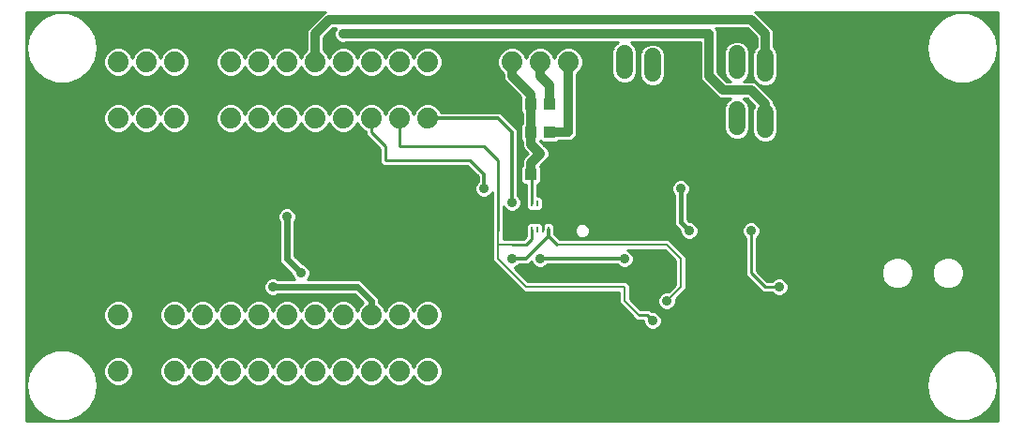
<source format=gbl>
G75*
%MOIN*%
%OFA0B0*%
%FSLAX25Y25*%
%IPPOS*%
%LPD*%
%AMOC8*
5,1,8,0,0,1.08239X$1,22.5*
%
%ADD10R,0.04331X0.03937*%
%ADD11R,0.00984X0.02165*%
%ADD12R,0.06693X0.03937*%
%ADD13R,0.07400X0.07400*%
%ADD14C,0.07400*%
%ADD15C,0.06000*%
%ADD16C,0.01000*%
%ADD17C,0.03569*%
%ADD18C,0.03200*%
%ADD19C,0.01200*%
%ADD20C,0.00800*%
%ADD21C,0.02400*%
%ADD22C,0.01600*%
D10*
X0183154Y0091500D03*
X0189846Y0091500D03*
X0189846Y0106500D03*
X0183154Y0106500D03*
X0183154Y0116500D03*
X0189846Y0116500D03*
D11*
X0189453Y0081126D03*
X0187484Y0081126D03*
X0185516Y0081126D03*
X0183547Y0081126D03*
X0183547Y0071874D03*
X0185516Y0071874D03*
X0187484Y0071874D03*
X0189453Y0071874D03*
D12*
X0186500Y0076500D03*
D13*
X0166500Y0131500D03*
D14*
X0176500Y0131500D03*
X0186500Y0131500D03*
X0196500Y0131500D03*
X0146500Y0131500D03*
X0136500Y0131500D03*
X0126500Y0131500D03*
X0116500Y0131500D03*
X0106500Y0131500D03*
X0096500Y0131500D03*
X0086500Y0131500D03*
X0076500Y0131500D03*
X0066500Y0131500D03*
X0056500Y0131500D03*
X0046500Y0131500D03*
X0036500Y0131500D03*
X0036500Y0111500D03*
X0046500Y0111500D03*
X0056500Y0111500D03*
X0066500Y0111500D03*
X0076500Y0111500D03*
X0086500Y0111500D03*
X0096500Y0111500D03*
X0106500Y0111500D03*
X0116500Y0111500D03*
X0126500Y0111500D03*
X0136500Y0111500D03*
X0146500Y0111500D03*
X0146500Y0041500D03*
X0136500Y0041500D03*
X0126500Y0041500D03*
X0116500Y0041500D03*
X0106500Y0041500D03*
X0096500Y0041500D03*
X0086500Y0041500D03*
X0076500Y0041500D03*
X0066500Y0041500D03*
X0056500Y0041500D03*
X0046500Y0041500D03*
X0036500Y0041500D03*
X0036500Y0021500D03*
X0046500Y0021500D03*
X0056500Y0021500D03*
X0066500Y0021500D03*
X0076500Y0021500D03*
X0086500Y0021500D03*
X0096500Y0021500D03*
X0106500Y0021500D03*
X0116500Y0021500D03*
X0126500Y0021500D03*
X0136500Y0021500D03*
X0146500Y0021500D03*
D15*
X0256500Y0108500D02*
X0256500Y0114500D01*
X0266500Y0113500D02*
X0266500Y0107500D01*
X0276500Y0108500D02*
X0276500Y0114500D01*
X0276500Y0128500D02*
X0276500Y0134500D01*
X0266500Y0133500D02*
X0266500Y0127500D01*
X0256500Y0128500D02*
X0256500Y0134500D01*
X0236500Y0134500D02*
X0236500Y0128500D01*
X0226500Y0127500D02*
X0226500Y0133500D01*
X0216500Y0134500D02*
X0216500Y0128500D01*
D16*
X0003700Y0149300D02*
X0003700Y0003700D01*
X0349300Y0003700D01*
X0349300Y0149300D01*
X0262841Y0149300D01*
X0263256Y0149128D01*
X0264128Y0148256D01*
X0269128Y0143256D01*
X0269600Y0142117D01*
X0269600Y0136764D01*
X0270315Y0136049D01*
X0271000Y0134395D01*
X0271000Y0126605D01*
X0270315Y0124951D01*
X0269049Y0123685D01*
X0267395Y0123000D01*
X0265605Y0123000D01*
X0263951Y0123685D01*
X0262685Y0124951D01*
X0262000Y0126605D01*
X0262000Y0134395D01*
X0262685Y0136049D01*
X0263400Y0136764D01*
X0263400Y0140216D01*
X0260216Y0143400D01*
X0248984Y0143400D01*
X0249128Y0143256D01*
X0249600Y0142117D01*
X0249600Y0127784D01*
X0252784Y0124600D01*
X0254156Y0124600D01*
X0253951Y0124685D01*
X0252685Y0125951D01*
X0252000Y0127605D01*
X0252000Y0135395D01*
X0252685Y0137049D01*
X0253951Y0138315D01*
X0255605Y0139000D01*
X0257395Y0139000D01*
X0259049Y0138315D01*
X0260315Y0137049D01*
X0261000Y0135395D01*
X0261000Y0127605D01*
X0260315Y0125951D01*
X0259049Y0124685D01*
X0258844Y0124600D01*
X0262117Y0124600D01*
X0263256Y0124128D01*
X0264128Y0123256D01*
X0269128Y0118256D01*
X0269600Y0117117D01*
X0269600Y0116764D01*
X0270315Y0116049D01*
X0271000Y0114395D01*
X0271000Y0106605D01*
X0270315Y0104951D01*
X0269049Y0103685D01*
X0267395Y0103000D01*
X0265605Y0103000D01*
X0263951Y0103685D01*
X0262685Y0104951D01*
X0262000Y0106605D01*
X0262000Y0114395D01*
X0262650Y0115965D01*
X0260216Y0118400D01*
X0258844Y0118400D01*
X0259049Y0118315D01*
X0260315Y0117049D01*
X0261000Y0115395D01*
X0261000Y0107605D01*
X0260315Y0105951D01*
X0259049Y0104685D01*
X0257395Y0104000D01*
X0255605Y0104000D01*
X0253951Y0104685D01*
X0252685Y0105951D01*
X0252000Y0107605D01*
X0252000Y0115395D01*
X0252685Y0117049D01*
X0253951Y0118315D01*
X0254156Y0118400D01*
X0250883Y0118400D01*
X0249744Y0118872D01*
X0243872Y0124744D01*
X0243400Y0125883D01*
X0243400Y0138400D01*
X0218844Y0138400D01*
X0219049Y0138315D01*
X0220315Y0137049D01*
X0221000Y0135395D01*
X0221000Y0127605D01*
X0220315Y0125951D01*
X0219049Y0124685D01*
X0217395Y0124000D01*
X0215605Y0124000D01*
X0213951Y0124685D01*
X0212685Y0125951D01*
X0212000Y0127605D01*
X0212000Y0135395D01*
X0212685Y0137049D01*
X0213951Y0138315D01*
X0214156Y0138400D01*
X0117598Y0138400D01*
X0117153Y0138216D01*
X0115847Y0138216D01*
X0114640Y0138716D01*
X0113716Y0139640D01*
X0113216Y0140847D01*
X0113216Y0142153D01*
X0113716Y0143360D01*
X0113755Y0143400D01*
X0112784Y0143400D01*
X0109600Y0140216D01*
X0109600Y0135754D01*
X0110908Y0134446D01*
X0111500Y0133017D01*
X0112092Y0134446D01*
X0113554Y0135908D01*
X0115466Y0136700D01*
X0117534Y0136700D01*
X0119446Y0135908D01*
X0120908Y0134446D01*
X0121500Y0133017D01*
X0122092Y0134446D01*
X0123554Y0135908D01*
X0125466Y0136700D01*
X0127534Y0136700D01*
X0129446Y0135908D01*
X0130908Y0134446D01*
X0131500Y0133017D01*
X0132092Y0134446D01*
X0133554Y0135908D01*
X0135466Y0136700D01*
X0137534Y0136700D01*
X0139446Y0135908D01*
X0140908Y0134446D01*
X0141500Y0133017D01*
X0142092Y0134446D01*
X0143554Y0135908D01*
X0145466Y0136700D01*
X0147534Y0136700D01*
X0149446Y0135908D01*
X0150908Y0134446D01*
X0151700Y0132534D01*
X0151700Y0130466D01*
X0150908Y0128554D01*
X0149446Y0127092D01*
X0147534Y0126300D01*
X0145466Y0126300D01*
X0143554Y0127092D01*
X0142092Y0128554D01*
X0141500Y0129983D01*
X0140908Y0128554D01*
X0139446Y0127092D01*
X0137534Y0126300D01*
X0135466Y0126300D01*
X0133554Y0127092D01*
X0132092Y0128554D01*
X0131500Y0129983D01*
X0130908Y0128554D01*
X0129446Y0127092D01*
X0127534Y0126300D01*
X0125466Y0126300D01*
X0123554Y0127092D01*
X0122092Y0128554D01*
X0121500Y0129983D01*
X0120908Y0128554D01*
X0119446Y0127092D01*
X0117534Y0126300D01*
X0115466Y0126300D01*
X0113554Y0127092D01*
X0112092Y0128554D01*
X0111500Y0129983D01*
X0110908Y0128554D01*
X0109446Y0127092D01*
X0107534Y0126300D01*
X0105466Y0126300D01*
X0103554Y0127092D01*
X0102092Y0128554D01*
X0101500Y0129983D01*
X0100908Y0128554D01*
X0099446Y0127092D01*
X0097534Y0126300D01*
X0095466Y0126300D01*
X0093554Y0127092D01*
X0092092Y0128554D01*
X0091500Y0129983D01*
X0090908Y0128554D01*
X0089446Y0127092D01*
X0087534Y0126300D01*
X0085466Y0126300D01*
X0083554Y0127092D01*
X0082092Y0128554D01*
X0081500Y0129983D01*
X0080908Y0128554D01*
X0079446Y0127092D01*
X0077534Y0126300D01*
X0075466Y0126300D01*
X0073554Y0127092D01*
X0072092Y0128554D01*
X0071300Y0130466D01*
X0071300Y0132534D01*
X0072092Y0134446D01*
X0073554Y0135908D01*
X0075466Y0136700D01*
X0077534Y0136700D01*
X0079446Y0135908D01*
X0080908Y0134446D01*
X0081500Y0133017D01*
X0082092Y0134446D01*
X0083554Y0135908D01*
X0085466Y0136700D01*
X0087534Y0136700D01*
X0089446Y0135908D01*
X0090908Y0134446D01*
X0091500Y0133017D01*
X0092092Y0134446D01*
X0093554Y0135908D01*
X0095466Y0136700D01*
X0097534Y0136700D01*
X0099446Y0135908D01*
X0100908Y0134446D01*
X0101500Y0133017D01*
X0102092Y0134446D01*
X0103400Y0135754D01*
X0103400Y0142117D01*
X0103872Y0143256D01*
X0104744Y0144128D01*
X0109744Y0149128D01*
X0110159Y0149300D01*
X0003700Y0149300D01*
X0003700Y0149280D02*
X0110110Y0149280D01*
X0108897Y0148281D02*
X0020844Y0148281D01*
X0022875Y0147542D02*
X0018714Y0149056D01*
X0014286Y0149056D01*
X0010125Y0147542D01*
X0006733Y0144696D01*
X0006733Y0144696D01*
X0004519Y0140861D01*
X0004519Y0140861D01*
X0003750Y0136500D01*
X0003750Y0136500D01*
X0004519Y0132139D01*
X0006733Y0128304D01*
X0010125Y0125458D01*
X0014286Y0123944D01*
X0018714Y0123944D01*
X0022875Y0125458D01*
X0026267Y0128304D01*
X0026267Y0128304D01*
X0028481Y0132139D01*
X0028481Y0132139D01*
X0029250Y0136500D01*
X0028481Y0140861D01*
X0026267Y0144696D01*
X0022875Y0147542D01*
X0022875Y0147542D01*
X0023184Y0147283D02*
X0107899Y0147283D01*
X0106900Y0146284D02*
X0024374Y0146284D01*
X0025564Y0145286D02*
X0105902Y0145286D01*
X0104903Y0144287D02*
X0026503Y0144287D01*
X0026267Y0144696D02*
X0026267Y0144696D01*
X0026267Y0144696D01*
X0027079Y0143289D02*
X0103905Y0143289D01*
X0103472Y0142290D02*
X0027656Y0142290D01*
X0028232Y0141292D02*
X0103400Y0141292D01*
X0103400Y0140293D02*
X0028581Y0140293D01*
X0028481Y0140861D02*
X0028481Y0140861D01*
X0028757Y0139295D02*
X0103400Y0139295D01*
X0103400Y0138296D02*
X0028933Y0138296D01*
X0029109Y0137298D02*
X0103400Y0137298D01*
X0103400Y0136299D02*
X0098502Y0136299D01*
X0100053Y0135301D02*
X0102947Y0135301D01*
X0102032Y0134302D02*
X0100968Y0134302D01*
X0101381Y0133303D02*
X0101619Y0133303D01*
X0094498Y0136299D02*
X0088502Y0136299D01*
X0090053Y0135301D02*
X0092947Y0135301D01*
X0092032Y0134302D02*
X0090968Y0134302D01*
X0091381Y0133303D02*
X0091619Y0133303D01*
X0084498Y0136299D02*
X0078502Y0136299D01*
X0080053Y0135301D02*
X0082947Y0135301D01*
X0082032Y0134302D02*
X0080968Y0134302D01*
X0081381Y0133303D02*
X0081619Y0133303D01*
X0074498Y0136299D02*
X0058502Y0136299D01*
X0059446Y0135908D02*
X0057534Y0136700D01*
X0055466Y0136700D01*
X0053554Y0135908D01*
X0052092Y0134446D01*
X0051500Y0133017D01*
X0050908Y0134446D01*
X0049446Y0135908D01*
X0047534Y0136700D01*
X0045466Y0136700D01*
X0043554Y0135908D01*
X0042092Y0134446D01*
X0041500Y0133017D01*
X0040908Y0134446D01*
X0039446Y0135908D01*
X0037534Y0136700D01*
X0035466Y0136700D01*
X0033554Y0135908D01*
X0032092Y0134446D01*
X0031300Y0132534D01*
X0031300Y0130466D01*
X0032092Y0128554D01*
X0033554Y0127092D01*
X0035466Y0126300D01*
X0037534Y0126300D01*
X0039446Y0127092D01*
X0040908Y0128554D01*
X0041500Y0129983D01*
X0042092Y0128554D01*
X0043554Y0127092D01*
X0045466Y0126300D01*
X0047534Y0126300D01*
X0049446Y0127092D01*
X0050908Y0128554D01*
X0051500Y0129983D01*
X0052092Y0128554D01*
X0053554Y0127092D01*
X0055466Y0126300D01*
X0057534Y0126300D01*
X0059446Y0127092D01*
X0060908Y0128554D01*
X0061700Y0130466D01*
X0061700Y0132534D01*
X0060908Y0134446D01*
X0059446Y0135908D01*
X0060053Y0135301D02*
X0072947Y0135301D01*
X0072032Y0134302D02*
X0060968Y0134302D01*
X0061381Y0133303D02*
X0071619Y0133303D01*
X0071300Y0132305D02*
X0061700Y0132305D01*
X0061700Y0131306D02*
X0071300Y0131306D01*
X0071365Y0130308D02*
X0061635Y0130308D01*
X0061221Y0129309D02*
X0071779Y0129309D01*
X0072335Y0128311D02*
X0060665Y0128311D01*
X0059666Y0127312D02*
X0073334Y0127312D01*
X0075432Y0126314D02*
X0057568Y0126314D01*
X0055432Y0126314D02*
X0047568Y0126314D01*
X0045432Y0126314D02*
X0037568Y0126314D01*
X0035432Y0126314D02*
X0023895Y0126314D01*
X0022875Y0125458D02*
X0022875Y0125458D01*
X0022483Y0125315D02*
X0173635Y0125315D01*
X0173400Y0125883D02*
X0173872Y0124744D01*
X0174744Y0123872D01*
X0179507Y0119109D01*
X0179488Y0119090D01*
X0179488Y0113910D01*
X0180054Y0113345D01*
X0180054Y0109655D01*
X0179488Y0109090D01*
X0179488Y0103910D01*
X0180054Y0103345D01*
X0180054Y0101730D01*
X0180525Y0100590D01*
X0182116Y0099000D01*
X0180525Y0097410D01*
X0180054Y0096270D01*
X0180054Y0094655D01*
X0179488Y0094090D01*
X0179488Y0088910D01*
X0180367Y0088031D01*
X0181547Y0088031D01*
X0181547Y0080298D01*
X0181555Y0080290D01*
X0181555Y0079422D01*
X0182434Y0078543D01*
X0186629Y0078543D01*
X0187508Y0079422D01*
X0187508Y0082830D01*
X0186629Y0083709D01*
X0185547Y0083709D01*
X0185547Y0088031D01*
X0185940Y0088031D01*
X0186819Y0088910D01*
X0186819Y0094090D01*
X0186396Y0094512D01*
X0187916Y0096031D01*
X0188360Y0096216D01*
X0189284Y0097140D01*
X0189784Y0098347D01*
X0189784Y0099653D01*
X0189284Y0100860D01*
X0188360Y0101784D01*
X0187916Y0101968D01*
X0186396Y0103488D01*
X0186500Y0103591D01*
X0187060Y0103031D01*
X0192633Y0103031D01*
X0193002Y0103400D01*
X0197117Y0103400D01*
X0198256Y0103872D01*
X0199128Y0104744D01*
X0199600Y0105883D01*
X0199600Y0127246D01*
X0200908Y0128554D01*
X0201700Y0130466D01*
X0201700Y0132534D01*
X0200908Y0134446D01*
X0199446Y0135908D01*
X0197534Y0136700D01*
X0195466Y0136700D01*
X0193554Y0135908D01*
X0192092Y0134446D01*
X0191500Y0133017D01*
X0190908Y0134446D01*
X0189446Y0135908D01*
X0187534Y0136700D01*
X0185466Y0136700D01*
X0183554Y0135908D01*
X0182092Y0134446D01*
X0181500Y0133017D01*
X0180908Y0134446D01*
X0179446Y0135908D01*
X0177534Y0136700D01*
X0175466Y0136700D01*
X0173554Y0135908D01*
X0172092Y0134446D01*
X0171300Y0132534D01*
X0171300Y0130466D01*
X0172092Y0128554D01*
X0173400Y0127246D01*
X0173400Y0125883D01*
X0173400Y0126314D02*
X0147568Y0126314D01*
X0145432Y0126314D02*
X0137568Y0126314D01*
X0135432Y0126314D02*
X0127568Y0126314D01*
X0125432Y0126314D02*
X0117568Y0126314D01*
X0115432Y0126314D02*
X0107568Y0126314D01*
X0105432Y0126314D02*
X0097568Y0126314D01*
X0095432Y0126314D02*
X0087568Y0126314D01*
X0085432Y0126314D02*
X0077568Y0126314D01*
X0079666Y0127312D02*
X0083334Y0127312D01*
X0082335Y0128311D02*
X0080665Y0128311D01*
X0081221Y0129309D02*
X0081779Y0129309D01*
X0089666Y0127312D02*
X0093334Y0127312D01*
X0092335Y0128311D02*
X0090665Y0128311D01*
X0091221Y0129309D02*
X0091779Y0129309D01*
X0099666Y0127312D02*
X0103334Y0127312D01*
X0102335Y0128311D02*
X0100665Y0128311D01*
X0101221Y0129309D02*
X0101779Y0129309D01*
X0109666Y0127312D02*
X0113334Y0127312D01*
X0112335Y0128311D02*
X0110665Y0128311D01*
X0111221Y0129309D02*
X0111779Y0129309D01*
X0119666Y0127312D02*
X0123334Y0127312D01*
X0122335Y0128311D02*
X0120665Y0128311D01*
X0121221Y0129309D02*
X0121779Y0129309D01*
X0129666Y0127312D02*
X0133334Y0127312D01*
X0132335Y0128311D02*
X0130665Y0128311D01*
X0131221Y0129309D02*
X0131779Y0129309D01*
X0139666Y0127312D02*
X0143334Y0127312D01*
X0142335Y0128311D02*
X0140665Y0128311D01*
X0141221Y0129309D02*
X0141779Y0129309D01*
X0149666Y0127312D02*
X0173334Y0127312D01*
X0172335Y0128311D02*
X0150665Y0128311D01*
X0151221Y0129309D02*
X0171779Y0129309D01*
X0171365Y0130308D02*
X0151635Y0130308D01*
X0151700Y0131306D02*
X0171300Y0131306D01*
X0171300Y0132305D02*
X0151700Y0132305D01*
X0151381Y0133303D02*
X0171619Y0133303D01*
X0172032Y0134302D02*
X0150968Y0134302D01*
X0150053Y0135301D02*
X0172947Y0135301D01*
X0174498Y0136299D02*
X0148502Y0136299D01*
X0144498Y0136299D02*
X0138502Y0136299D01*
X0140053Y0135301D02*
X0142947Y0135301D01*
X0142032Y0134302D02*
X0140968Y0134302D01*
X0141381Y0133303D02*
X0141619Y0133303D01*
X0134498Y0136299D02*
X0128502Y0136299D01*
X0130053Y0135301D02*
X0132947Y0135301D01*
X0132032Y0134302D02*
X0130968Y0134302D01*
X0131381Y0133303D02*
X0131619Y0133303D01*
X0124498Y0136299D02*
X0118502Y0136299D01*
X0120053Y0135301D02*
X0122947Y0135301D01*
X0122032Y0134302D02*
X0120968Y0134302D01*
X0121381Y0133303D02*
X0121619Y0133303D01*
X0114498Y0136299D02*
X0109600Y0136299D01*
X0109600Y0137298D02*
X0212934Y0137298D01*
X0212374Y0136299D02*
X0198502Y0136299D01*
X0200053Y0135301D02*
X0212000Y0135301D01*
X0212000Y0134302D02*
X0200968Y0134302D01*
X0201381Y0133303D02*
X0212000Y0133303D01*
X0212000Y0132305D02*
X0201700Y0132305D01*
X0201700Y0131306D02*
X0212000Y0131306D01*
X0212000Y0130308D02*
X0201635Y0130308D01*
X0201221Y0129309D02*
X0212000Y0129309D01*
X0212000Y0128311D02*
X0200665Y0128311D01*
X0199666Y0127312D02*
X0212121Y0127312D01*
X0212535Y0126314D02*
X0199600Y0126314D01*
X0199600Y0125315D02*
X0213321Y0125315D01*
X0214840Y0124317D02*
X0199600Y0124317D01*
X0199600Y0123318D02*
X0224836Y0123318D01*
X0225605Y0123000D02*
X0227395Y0123000D01*
X0229049Y0123685D01*
X0230315Y0124951D01*
X0231000Y0126605D01*
X0231000Y0134395D01*
X0230315Y0136049D01*
X0229049Y0137315D01*
X0227395Y0138000D01*
X0225605Y0138000D01*
X0223951Y0137315D01*
X0222685Y0136049D01*
X0222000Y0134395D01*
X0222000Y0126605D01*
X0222685Y0124951D01*
X0223951Y0123685D01*
X0225605Y0123000D01*
X0228164Y0123318D02*
X0245298Y0123318D01*
X0246296Y0122320D02*
X0199600Y0122320D01*
X0199600Y0121321D02*
X0247295Y0121321D01*
X0248293Y0120323D02*
X0199600Y0120323D01*
X0199600Y0119324D02*
X0249292Y0119324D01*
X0252963Y0117327D02*
X0199600Y0117327D01*
X0199600Y0116329D02*
X0252387Y0116329D01*
X0252000Y0115330D02*
X0199600Y0115330D01*
X0199600Y0114332D02*
X0252000Y0114332D01*
X0252000Y0113333D02*
X0199600Y0113333D01*
X0199600Y0112335D02*
X0252000Y0112335D01*
X0252000Y0111336D02*
X0199600Y0111336D01*
X0199600Y0110338D02*
X0252000Y0110338D01*
X0252000Y0109339D02*
X0199600Y0109339D01*
X0199600Y0108341D02*
X0252000Y0108341D01*
X0252109Y0107342D02*
X0199600Y0107342D01*
X0199600Y0106344D02*
X0252522Y0106344D01*
X0253291Y0105345D02*
X0199377Y0105345D01*
X0198731Y0104347D02*
X0254768Y0104347D01*
X0258232Y0104347D02*
X0263289Y0104347D01*
X0262522Y0105345D02*
X0259709Y0105345D01*
X0260478Y0106344D02*
X0262108Y0106344D01*
X0262000Y0107342D02*
X0260891Y0107342D01*
X0261000Y0108341D02*
X0262000Y0108341D01*
X0262000Y0109339D02*
X0261000Y0109339D01*
X0261000Y0110338D02*
X0262000Y0110338D01*
X0262000Y0111336D02*
X0261000Y0111336D01*
X0261000Y0112335D02*
X0262000Y0112335D01*
X0262000Y0113333D02*
X0261000Y0113333D01*
X0261000Y0114332D02*
X0262000Y0114332D01*
X0262387Y0115330D02*
X0261000Y0115330D01*
X0260613Y0116329D02*
X0262287Y0116329D01*
X0261289Y0117327D02*
X0260037Y0117327D01*
X0260290Y0118326D02*
X0259023Y0118326D01*
X0253977Y0118326D02*
X0199600Y0118326D01*
X0218160Y0124317D02*
X0223319Y0124317D01*
X0222534Y0125315D02*
X0219679Y0125315D01*
X0220465Y0126314D02*
X0222121Y0126314D01*
X0222000Y0127312D02*
X0220879Y0127312D01*
X0221000Y0128311D02*
X0222000Y0128311D01*
X0222000Y0129309D02*
X0221000Y0129309D01*
X0221000Y0130308D02*
X0222000Y0130308D01*
X0222000Y0131306D02*
X0221000Y0131306D01*
X0221000Y0132305D02*
X0222000Y0132305D01*
X0222000Y0133303D02*
X0221000Y0133303D01*
X0221000Y0134302D02*
X0222000Y0134302D01*
X0222375Y0135301D02*
X0221000Y0135301D01*
X0220626Y0136299D02*
X0222935Y0136299D01*
X0223934Y0137298D02*
X0220066Y0137298D01*
X0219068Y0138296D02*
X0243400Y0138296D01*
X0243400Y0137298D02*
X0229066Y0137298D01*
X0230065Y0136299D02*
X0243400Y0136299D01*
X0243400Y0135301D02*
X0230625Y0135301D01*
X0231000Y0134302D02*
X0243400Y0134302D01*
X0243400Y0133303D02*
X0231000Y0133303D01*
X0231000Y0132305D02*
X0243400Y0132305D01*
X0243400Y0131306D02*
X0231000Y0131306D01*
X0231000Y0130308D02*
X0243400Y0130308D01*
X0243400Y0129309D02*
X0231000Y0129309D01*
X0231000Y0128311D02*
X0243400Y0128311D01*
X0243400Y0127312D02*
X0231000Y0127312D01*
X0230879Y0126314D02*
X0243400Y0126314D01*
X0243635Y0125315D02*
X0230466Y0125315D01*
X0229681Y0124317D02*
X0244299Y0124317D01*
X0250072Y0127312D02*
X0252121Y0127312D01*
X0252000Y0128311D02*
X0249600Y0128311D01*
X0249600Y0129309D02*
X0252000Y0129309D01*
X0252000Y0130308D02*
X0249600Y0130308D01*
X0249600Y0131306D02*
X0252000Y0131306D01*
X0252000Y0132305D02*
X0249600Y0132305D01*
X0249600Y0133303D02*
X0252000Y0133303D01*
X0252000Y0134302D02*
X0249600Y0134302D01*
X0249600Y0135301D02*
X0252000Y0135301D01*
X0252374Y0136299D02*
X0249600Y0136299D01*
X0249600Y0137298D02*
X0252934Y0137298D01*
X0253932Y0138296D02*
X0249600Y0138296D01*
X0249600Y0139295D02*
X0263400Y0139295D01*
X0263400Y0138296D02*
X0259068Y0138296D01*
X0260066Y0137298D02*
X0263400Y0137298D01*
X0262935Y0136299D02*
X0260626Y0136299D01*
X0261000Y0135301D02*
X0262375Y0135301D01*
X0262000Y0134302D02*
X0261000Y0134302D01*
X0261000Y0133303D02*
X0262000Y0133303D01*
X0262000Y0132305D02*
X0261000Y0132305D01*
X0261000Y0131306D02*
X0262000Y0131306D01*
X0262000Y0130308D02*
X0261000Y0130308D01*
X0261000Y0129309D02*
X0262000Y0129309D01*
X0262000Y0128311D02*
X0261000Y0128311D01*
X0260879Y0127312D02*
X0262000Y0127312D01*
X0262121Y0126314D02*
X0260465Y0126314D01*
X0259679Y0125315D02*
X0262534Y0125315D01*
X0262800Y0124317D02*
X0263319Y0124317D01*
X0264066Y0123318D02*
X0264836Y0123318D01*
X0265064Y0122320D02*
X0349300Y0122320D01*
X0349300Y0123318D02*
X0268164Y0123318D01*
X0269681Y0124317D02*
X0333261Y0124317D01*
X0334286Y0123944D02*
X0338714Y0123944D01*
X0342875Y0125458D01*
X0346267Y0128304D01*
X0346267Y0128304D01*
X0348481Y0132139D01*
X0348481Y0132139D01*
X0349250Y0136500D01*
X0348481Y0140861D01*
X0346267Y0144696D01*
X0342875Y0147542D01*
X0338714Y0149056D01*
X0334286Y0149056D01*
X0330125Y0147542D01*
X0326733Y0144696D01*
X0326733Y0144696D01*
X0324519Y0140861D01*
X0324519Y0140861D01*
X0323750Y0136500D01*
X0323750Y0136500D01*
X0324519Y0132139D01*
X0326733Y0128304D01*
X0330125Y0125458D01*
X0334286Y0123944D01*
X0330517Y0125315D02*
X0270466Y0125315D01*
X0270879Y0126314D02*
X0329105Y0126314D01*
X0330125Y0125458D02*
X0330125Y0125458D01*
X0327915Y0127312D02*
X0271000Y0127312D01*
X0271000Y0128311D02*
X0326729Y0128311D01*
X0326733Y0128304D02*
X0326733Y0128304D01*
X0326733Y0128304D01*
X0326153Y0129309D02*
X0271000Y0129309D01*
X0271000Y0130308D02*
X0325576Y0130308D01*
X0325000Y0131306D02*
X0271000Y0131306D01*
X0271000Y0132305D02*
X0324490Y0132305D01*
X0324519Y0132139D02*
X0324519Y0132139D01*
X0324314Y0133303D02*
X0271000Y0133303D01*
X0271000Y0134302D02*
X0324138Y0134302D01*
X0323961Y0135301D02*
X0270625Y0135301D01*
X0270065Y0136299D02*
X0323785Y0136299D01*
X0323891Y0137298D02*
X0269600Y0137298D01*
X0269600Y0138296D02*
X0324067Y0138296D01*
X0324243Y0139295D02*
X0269600Y0139295D01*
X0269600Y0140293D02*
X0324419Y0140293D01*
X0324768Y0141292D02*
X0269600Y0141292D01*
X0269528Y0142290D02*
X0325344Y0142290D01*
X0325921Y0143289D02*
X0269095Y0143289D01*
X0268097Y0144287D02*
X0326497Y0144287D01*
X0327436Y0145286D02*
X0267098Y0145286D01*
X0266100Y0146284D02*
X0328626Y0146284D01*
X0329816Y0147283D02*
X0265101Y0147283D01*
X0264103Y0148281D02*
X0332156Y0148281D01*
X0330125Y0147542D02*
X0330125Y0147542D01*
X0340844Y0148281D02*
X0349300Y0148281D01*
X0349300Y0147283D02*
X0343184Y0147283D01*
X0342875Y0147542D02*
X0342875Y0147542D01*
X0344374Y0146284D02*
X0349300Y0146284D01*
X0349300Y0145286D02*
X0345564Y0145286D01*
X0346267Y0144696D02*
X0346267Y0144696D01*
X0346267Y0144696D01*
X0346503Y0144287D02*
X0349300Y0144287D01*
X0349300Y0143289D02*
X0347079Y0143289D01*
X0347656Y0142290D02*
X0349300Y0142290D01*
X0349300Y0141292D02*
X0348232Y0141292D01*
X0348481Y0140861D02*
X0348481Y0140861D01*
X0348581Y0140293D02*
X0349300Y0140293D01*
X0349300Y0139295D02*
X0348757Y0139295D01*
X0348933Y0138296D02*
X0349300Y0138296D01*
X0349300Y0137298D02*
X0349109Y0137298D01*
X0349215Y0136299D02*
X0349300Y0136299D01*
X0349300Y0135301D02*
X0349038Y0135301D01*
X0348862Y0134302D02*
X0349300Y0134302D01*
X0349300Y0133303D02*
X0348686Y0133303D01*
X0348510Y0132305D02*
X0349300Y0132305D01*
X0349300Y0131306D02*
X0348000Y0131306D01*
X0347424Y0130308D02*
X0349300Y0130308D01*
X0349300Y0129309D02*
X0346847Y0129309D01*
X0346271Y0128311D02*
X0349300Y0128311D01*
X0349300Y0127312D02*
X0345085Y0127312D01*
X0343895Y0126314D02*
X0349300Y0126314D01*
X0349300Y0125315D02*
X0342483Y0125315D01*
X0342875Y0125458D02*
X0342875Y0125458D01*
X0339739Y0124317D02*
X0349300Y0124317D01*
X0349300Y0121321D02*
X0266063Y0121321D01*
X0267061Y0120323D02*
X0349300Y0120323D01*
X0349300Y0119324D02*
X0268060Y0119324D01*
X0269058Y0118326D02*
X0349300Y0118326D01*
X0349300Y0117327D02*
X0269513Y0117327D01*
X0270035Y0116329D02*
X0349300Y0116329D01*
X0349300Y0115330D02*
X0270613Y0115330D01*
X0271000Y0114332D02*
X0349300Y0114332D01*
X0349300Y0113333D02*
X0271000Y0113333D01*
X0271000Y0112335D02*
X0349300Y0112335D01*
X0349300Y0111336D02*
X0271000Y0111336D01*
X0271000Y0110338D02*
X0349300Y0110338D01*
X0349300Y0109339D02*
X0271000Y0109339D01*
X0271000Y0108341D02*
X0349300Y0108341D01*
X0349300Y0107342D02*
X0271000Y0107342D01*
X0270892Y0106344D02*
X0349300Y0106344D01*
X0349300Y0105345D02*
X0270478Y0105345D01*
X0269711Y0104347D02*
X0349300Y0104347D01*
X0349300Y0103348D02*
X0268236Y0103348D01*
X0264764Y0103348D02*
X0192950Y0103348D01*
X0188793Y0101351D02*
X0349300Y0101351D01*
X0349300Y0100353D02*
X0189495Y0100353D01*
X0189784Y0099354D02*
X0349300Y0099354D01*
X0349300Y0098356D02*
X0189784Y0098356D01*
X0189374Y0097357D02*
X0349300Y0097357D01*
X0349300Y0096359D02*
X0188503Y0096359D01*
X0187244Y0095360D02*
X0349300Y0095360D01*
X0349300Y0094362D02*
X0186547Y0094362D01*
X0186819Y0093363D02*
X0349300Y0093363D01*
X0349300Y0092365D02*
X0186819Y0092365D01*
X0186819Y0091366D02*
X0349300Y0091366D01*
X0349300Y0090368D02*
X0186819Y0090368D01*
X0186819Y0089369D02*
X0234844Y0089369D01*
X0234640Y0089284D02*
X0233716Y0088360D01*
X0233216Y0087153D01*
X0233216Y0085847D01*
X0233716Y0084640D01*
X0234200Y0084155D01*
X0234200Y0073547D01*
X0236216Y0071532D01*
X0236216Y0070847D01*
X0236716Y0069640D01*
X0237640Y0068716D01*
X0238847Y0068216D01*
X0240153Y0068216D01*
X0241360Y0068716D01*
X0242284Y0069640D01*
X0242784Y0070847D01*
X0242784Y0072153D01*
X0242284Y0073360D01*
X0241360Y0074284D01*
X0240153Y0074784D01*
X0239468Y0074784D01*
X0238800Y0075453D01*
X0238800Y0084155D01*
X0239284Y0084640D01*
X0239784Y0085847D01*
X0239784Y0087153D01*
X0239284Y0088360D01*
X0238360Y0089284D01*
X0237153Y0089784D01*
X0235847Y0089784D01*
X0234640Y0089284D01*
X0233726Y0088370D02*
X0186279Y0088370D01*
X0185547Y0087372D02*
X0233306Y0087372D01*
X0233216Y0086373D02*
X0185547Y0086373D01*
X0185547Y0085375D02*
X0233411Y0085375D01*
X0233979Y0084376D02*
X0185547Y0084376D01*
X0186960Y0083378D02*
X0234200Y0083378D01*
X0234200Y0082379D02*
X0187508Y0082379D01*
X0187508Y0081381D02*
X0234200Y0081381D01*
X0234200Y0080382D02*
X0187508Y0080382D01*
X0187470Y0079384D02*
X0234200Y0079384D01*
X0234200Y0078385D02*
X0177563Y0078385D01*
X0177153Y0078216D02*
X0178360Y0078716D01*
X0179284Y0079640D01*
X0179784Y0080847D01*
X0179784Y0082153D01*
X0179284Y0083360D01*
X0178600Y0084045D01*
X0178600Y0107370D01*
X0173600Y0112370D01*
X0172370Y0113600D01*
X0151259Y0113600D01*
X0150908Y0114446D01*
X0149446Y0115908D01*
X0147534Y0116700D01*
X0145466Y0116700D01*
X0143554Y0115908D01*
X0142092Y0114446D01*
X0141500Y0113017D01*
X0140908Y0114446D01*
X0139446Y0115908D01*
X0137534Y0116700D01*
X0135466Y0116700D01*
X0133554Y0115908D01*
X0132092Y0114446D01*
X0131500Y0113017D01*
X0130908Y0114446D01*
X0129446Y0115908D01*
X0127534Y0116700D01*
X0125466Y0116700D01*
X0123554Y0115908D01*
X0122092Y0114446D01*
X0121500Y0113017D01*
X0120908Y0114446D01*
X0119446Y0115908D01*
X0117534Y0116700D01*
X0115466Y0116700D01*
X0113554Y0115908D01*
X0112092Y0114446D01*
X0111500Y0113017D01*
X0110908Y0114446D01*
X0109446Y0115908D01*
X0107534Y0116700D01*
X0105466Y0116700D01*
X0103554Y0115908D01*
X0102092Y0114446D01*
X0101500Y0113017D01*
X0100908Y0114446D01*
X0099446Y0115908D01*
X0097534Y0116700D01*
X0095466Y0116700D01*
X0093554Y0115908D01*
X0092092Y0114446D01*
X0091500Y0113017D01*
X0090908Y0114446D01*
X0089446Y0115908D01*
X0087534Y0116700D01*
X0085466Y0116700D01*
X0083554Y0115908D01*
X0082092Y0114446D01*
X0081500Y0113017D01*
X0080908Y0114446D01*
X0079446Y0115908D01*
X0077534Y0116700D01*
X0075466Y0116700D01*
X0073554Y0115908D01*
X0072092Y0114446D01*
X0071300Y0112534D01*
X0071300Y0110466D01*
X0072092Y0108554D01*
X0073554Y0107092D01*
X0075466Y0106300D01*
X0077534Y0106300D01*
X0079446Y0107092D01*
X0080908Y0108554D01*
X0081500Y0109983D01*
X0082092Y0108554D01*
X0083554Y0107092D01*
X0085466Y0106300D01*
X0087534Y0106300D01*
X0089446Y0107092D01*
X0090908Y0108554D01*
X0091500Y0109983D01*
X0092092Y0108554D01*
X0093554Y0107092D01*
X0095466Y0106300D01*
X0097534Y0106300D01*
X0099446Y0107092D01*
X0100908Y0108554D01*
X0101500Y0109983D01*
X0102092Y0108554D01*
X0103554Y0107092D01*
X0105466Y0106300D01*
X0107534Y0106300D01*
X0109446Y0107092D01*
X0110908Y0108554D01*
X0111500Y0109983D01*
X0112092Y0108554D01*
X0113554Y0107092D01*
X0115466Y0106300D01*
X0117534Y0106300D01*
X0119446Y0107092D01*
X0120908Y0108554D01*
X0121500Y0109983D01*
X0122092Y0108554D01*
X0123554Y0107092D01*
X0124500Y0106700D01*
X0124500Y0105672D01*
X0129500Y0100672D01*
X0129500Y0095672D01*
X0130672Y0094500D01*
X0160672Y0094500D01*
X0164400Y0090772D01*
X0164400Y0089045D01*
X0163716Y0088360D01*
X0163216Y0087153D01*
X0163216Y0085847D01*
X0163716Y0084640D01*
X0164640Y0083716D01*
X0165847Y0083216D01*
X0167153Y0083216D01*
X0168360Y0083716D01*
X0169284Y0084640D01*
X0169500Y0085161D01*
X0169500Y0070672D01*
X0169600Y0070572D01*
X0169600Y0060713D01*
X0170713Y0059600D01*
X0180713Y0049600D01*
X0214600Y0049600D01*
X0214600Y0045713D01*
X0219500Y0040813D01*
X0219500Y0040672D01*
X0220672Y0039500D01*
X0223216Y0039500D01*
X0223216Y0038847D01*
X0223716Y0037640D01*
X0224640Y0036716D01*
X0225847Y0036216D01*
X0227153Y0036216D01*
X0228360Y0036716D01*
X0229284Y0037640D01*
X0229784Y0038847D01*
X0229784Y0040153D01*
X0229284Y0041360D01*
X0228360Y0042284D01*
X0227153Y0042784D01*
X0226044Y0042784D01*
X0225328Y0043500D01*
X0222187Y0043500D01*
X0218400Y0047287D01*
X0218400Y0052287D01*
X0217287Y0053400D01*
X0182287Y0053400D01*
X0177378Y0058309D01*
X0178360Y0058716D01*
X0179045Y0059400D01*
X0182370Y0059400D01*
X0183392Y0060422D01*
X0183716Y0059640D01*
X0184640Y0058716D01*
X0185847Y0058216D01*
X0187153Y0058216D01*
X0188360Y0058716D01*
X0189045Y0059400D01*
X0213955Y0059400D01*
X0214640Y0058716D01*
X0215847Y0058216D01*
X0217153Y0058216D01*
X0218360Y0058716D01*
X0219284Y0059640D01*
X0219784Y0060847D01*
X0219784Y0062153D01*
X0219284Y0063360D01*
X0218360Y0064284D01*
X0217598Y0064600D01*
X0230713Y0064600D01*
X0234600Y0060713D01*
X0234600Y0052287D01*
X0232097Y0049784D01*
X0230847Y0049784D01*
X0229640Y0049284D01*
X0228716Y0048360D01*
X0228216Y0047153D01*
X0228216Y0045847D01*
X0228716Y0044640D01*
X0229640Y0043716D01*
X0230847Y0043216D01*
X0232153Y0043216D01*
X0233360Y0043716D01*
X0234284Y0044640D01*
X0234784Y0045847D01*
X0234784Y0047097D01*
X0237287Y0049600D01*
X0238400Y0050713D01*
X0238400Y0062287D01*
X0233400Y0067287D01*
X0232287Y0068400D01*
X0193475Y0068400D01*
X0238401Y0068400D01*
X0236957Y0069399D02*
X0203195Y0069399D01*
X0203020Y0069224D02*
X0203776Y0069979D01*
X0204184Y0070966D01*
X0204184Y0072034D01*
X0203776Y0073020D01*
X0203020Y0073776D01*
X0202034Y0074184D01*
X0200966Y0074184D01*
X0199979Y0073776D01*
X0199224Y0073020D01*
X0198816Y0072034D01*
X0198816Y0070966D01*
X0199224Y0069979D01*
X0199979Y0069224D01*
X0200966Y0068816D01*
X0202034Y0068816D01*
X0203020Y0069224D01*
X0203949Y0070397D02*
X0236402Y0070397D01*
X0236216Y0071396D02*
X0204184Y0071396D01*
X0204035Y0072394D02*
X0235353Y0072394D01*
X0234354Y0073393D02*
X0203403Y0073393D01*
X0199597Y0073393D02*
X0191445Y0073393D01*
X0191445Y0073578D02*
X0191445Y0072852D01*
X0191553Y0072744D01*
X0191553Y0070323D01*
X0193475Y0068400D01*
X0192477Y0069399D02*
X0199805Y0069399D01*
X0199051Y0070397D02*
X0191553Y0070397D01*
X0191553Y0071396D02*
X0198816Y0071396D01*
X0198965Y0072394D02*
X0191553Y0072394D01*
X0191445Y0073578D02*
X0190566Y0074457D01*
X0188339Y0074457D01*
X0187484Y0073602D01*
X0186629Y0074457D01*
X0182434Y0074457D01*
X0181555Y0073578D01*
X0181555Y0072710D01*
X0181547Y0072702D01*
X0181547Y0069376D01*
X0180672Y0068500D01*
X0175672Y0068500D01*
X0175572Y0068400D01*
X0173400Y0068400D01*
X0173400Y0070572D01*
X0173500Y0070672D01*
X0173500Y0080161D01*
X0173716Y0079640D01*
X0174640Y0078716D01*
X0175847Y0078216D01*
X0177153Y0078216D01*
X0175437Y0078385D02*
X0173500Y0078385D01*
X0173500Y0077387D02*
X0234200Y0077387D01*
X0234200Y0076388D02*
X0173500Y0076388D01*
X0173500Y0075390D02*
X0234200Y0075390D01*
X0234200Y0074391D02*
X0190632Y0074391D01*
X0188274Y0074391D02*
X0186695Y0074391D01*
X0187484Y0075516D02*
X0186500Y0076500D01*
X0187484Y0075516D02*
X0187484Y0071874D01*
X0183547Y0071874D02*
X0183547Y0068547D01*
X0181500Y0066500D01*
X0176500Y0066500D01*
X0175572Y0068400D02*
X0173400Y0068400D01*
X0173400Y0069399D02*
X0181547Y0069399D01*
X0181547Y0070397D02*
X0173400Y0070397D01*
X0173500Y0071396D02*
X0181547Y0071396D01*
X0181547Y0072394D02*
X0173500Y0072394D01*
X0173500Y0073393D02*
X0181555Y0073393D01*
X0182368Y0074391D02*
X0173500Y0074391D01*
X0169500Y0074391D02*
X0099200Y0074391D01*
X0099200Y0074555D02*
X0099284Y0074640D01*
X0099784Y0075847D01*
X0099784Y0077153D01*
X0099284Y0078360D01*
X0098360Y0079284D01*
X0097153Y0079784D01*
X0095847Y0079784D01*
X0094640Y0079284D01*
X0093716Y0078360D01*
X0093216Y0077153D01*
X0093216Y0075847D01*
X0093716Y0074640D01*
X0093800Y0074555D01*
X0093800Y0060963D01*
X0094211Y0059971D01*
X0098216Y0055966D01*
X0098216Y0055847D01*
X0098716Y0054640D01*
X0099155Y0054200D01*
X0093445Y0054200D01*
X0093360Y0054284D01*
X0092153Y0054784D01*
X0090847Y0054784D01*
X0089640Y0054284D01*
X0088716Y0053360D01*
X0088216Y0052153D01*
X0088216Y0050847D01*
X0088716Y0049640D01*
X0089640Y0048716D01*
X0090847Y0048216D01*
X0092153Y0048216D01*
X0093360Y0048716D01*
X0093445Y0048800D01*
X0120382Y0048800D01*
X0123414Y0045768D01*
X0122092Y0044446D01*
X0121500Y0043017D01*
X0120908Y0044446D01*
X0119446Y0045908D01*
X0117534Y0046700D01*
X0115466Y0046700D01*
X0113554Y0045908D01*
X0112092Y0044446D01*
X0111500Y0043017D01*
X0110908Y0044446D01*
X0109446Y0045908D01*
X0107534Y0046700D01*
X0105466Y0046700D01*
X0103554Y0045908D01*
X0102092Y0044446D01*
X0101500Y0043017D01*
X0100908Y0044446D01*
X0099446Y0045908D01*
X0097534Y0046700D01*
X0095466Y0046700D01*
X0093554Y0045908D01*
X0092092Y0044446D01*
X0091500Y0043017D01*
X0090908Y0044446D01*
X0089446Y0045908D01*
X0087534Y0046700D01*
X0085466Y0046700D01*
X0083554Y0045908D01*
X0082092Y0044446D01*
X0081500Y0043017D01*
X0080908Y0044446D01*
X0079446Y0045908D01*
X0077534Y0046700D01*
X0075466Y0046700D01*
X0073554Y0045908D01*
X0072092Y0044446D01*
X0071500Y0043017D01*
X0070908Y0044446D01*
X0069446Y0045908D01*
X0067534Y0046700D01*
X0065466Y0046700D01*
X0063554Y0045908D01*
X0062092Y0044446D01*
X0061500Y0043017D01*
X0060908Y0044446D01*
X0059446Y0045908D01*
X0057534Y0046700D01*
X0055466Y0046700D01*
X0053554Y0045908D01*
X0052092Y0044446D01*
X0051300Y0042534D01*
X0051300Y0040466D01*
X0052092Y0038554D01*
X0053554Y0037092D01*
X0055466Y0036300D01*
X0057534Y0036300D01*
X0059446Y0037092D01*
X0060908Y0038554D01*
X0061500Y0039983D01*
X0062092Y0038554D01*
X0063554Y0037092D01*
X0065466Y0036300D01*
X0067534Y0036300D01*
X0069446Y0037092D01*
X0070908Y0038554D01*
X0071500Y0039983D01*
X0072092Y0038554D01*
X0073554Y0037092D01*
X0075466Y0036300D01*
X0077534Y0036300D01*
X0079446Y0037092D01*
X0080908Y0038554D01*
X0081500Y0039983D01*
X0082092Y0038554D01*
X0083554Y0037092D01*
X0085466Y0036300D01*
X0087534Y0036300D01*
X0089446Y0037092D01*
X0090908Y0038554D01*
X0091500Y0039983D01*
X0092092Y0038554D01*
X0093554Y0037092D01*
X0095466Y0036300D01*
X0097534Y0036300D01*
X0099446Y0037092D01*
X0100908Y0038554D01*
X0101500Y0039983D01*
X0102092Y0038554D01*
X0103554Y0037092D01*
X0105466Y0036300D01*
X0107534Y0036300D01*
X0109446Y0037092D01*
X0110908Y0038554D01*
X0111500Y0039983D01*
X0112092Y0038554D01*
X0113554Y0037092D01*
X0115466Y0036300D01*
X0117534Y0036300D01*
X0119446Y0037092D01*
X0120908Y0038554D01*
X0121500Y0039983D01*
X0122092Y0038554D01*
X0123554Y0037092D01*
X0125466Y0036300D01*
X0127534Y0036300D01*
X0129446Y0037092D01*
X0130908Y0038554D01*
X0131500Y0039983D01*
X0132092Y0038554D01*
X0133554Y0037092D01*
X0135466Y0036300D01*
X0137534Y0036300D01*
X0139446Y0037092D01*
X0140908Y0038554D01*
X0141500Y0039983D01*
X0142092Y0038554D01*
X0143554Y0037092D01*
X0145466Y0036300D01*
X0147534Y0036300D01*
X0149446Y0037092D01*
X0150908Y0038554D01*
X0151700Y0040466D01*
X0151700Y0042534D01*
X0150908Y0044446D01*
X0149446Y0045908D01*
X0147534Y0046700D01*
X0145466Y0046700D01*
X0143554Y0045908D01*
X0142092Y0044446D01*
X0141500Y0043017D01*
X0140908Y0044446D01*
X0139446Y0045908D01*
X0137534Y0046700D01*
X0135466Y0046700D01*
X0133554Y0045908D01*
X0132092Y0044446D01*
X0131500Y0043017D01*
X0130908Y0044446D01*
X0129446Y0045908D01*
X0129200Y0046010D01*
X0129200Y0047037D01*
X0128789Y0048029D01*
X0128029Y0048789D01*
X0123029Y0053789D01*
X0122037Y0054200D01*
X0103845Y0054200D01*
X0104284Y0054640D01*
X0104784Y0055847D01*
X0104784Y0057153D01*
X0104284Y0058360D01*
X0103360Y0059284D01*
X0102153Y0059784D01*
X0102034Y0059784D01*
X0099200Y0062618D01*
X0099200Y0074555D01*
X0099595Y0075390D02*
X0169500Y0075390D01*
X0169500Y0076388D02*
X0099784Y0076388D01*
X0099687Y0077387D02*
X0169500Y0077387D01*
X0169500Y0078385D02*
X0099259Y0078385D01*
X0098120Y0079384D02*
X0169500Y0079384D01*
X0169500Y0080382D02*
X0003700Y0080382D01*
X0003700Y0079384D02*
X0094880Y0079384D01*
X0093741Y0078385D02*
X0003700Y0078385D01*
X0003700Y0077387D02*
X0093313Y0077387D01*
X0093216Y0076388D02*
X0003700Y0076388D01*
X0003700Y0075390D02*
X0093405Y0075390D01*
X0093800Y0074391D02*
X0003700Y0074391D01*
X0003700Y0073393D02*
X0093800Y0073393D01*
X0093800Y0072394D02*
X0003700Y0072394D01*
X0003700Y0071396D02*
X0093800Y0071396D01*
X0093800Y0070397D02*
X0003700Y0070397D01*
X0003700Y0069399D02*
X0093800Y0069399D01*
X0093800Y0068400D02*
X0003700Y0068400D01*
X0003700Y0067402D02*
X0093800Y0067402D01*
X0093800Y0066403D02*
X0003700Y0066403D01*
X0003700Y0065405D02*
X0093800Y0065405D01*
X0093800Y0064406D02*
X0003700Y0064406D01*
X0003700Y0063408D02*
X0093800Y0063408D01*
X0093800Y0062409D02*
X0003700Y0062409D01*
X0003700Y0061411D02*
X0093800Y0061411D01*
X0094028Y0060412D02*
X0003700Y0060412D01*
X0003700Y0059414D02*
X0094768Y0059414D01*
X0095766Y0058415D02*
X0003700Y0058415D01*
X0003700Y0057417D02*
X0096765Y0057417D01*
X0097763Y0056418D02*
X0003700Y0056418D01*
X0003700Y0055420D02*
X0098393Y0055420D01*
X0098934Y0054421D02*
X0093030Y0054421D01*
X0089970Y0054421D02*
X0003700Y0054421D01*
X0003700Y0053423D02*
X0088778Y0053423D01*
X0088328Y0052424D02*
X0003700Y0052424D01*
X0003700Y0051426D02*
X0088216Y0051426D01*
X0088390Y0050427D02*
X0003700Y0050427D01*
X0003700Y0049429D02*
X0088927Y0049429D01*
X0090329Y0048430D02*
X0003700Y0048430D01*
X0003700Y0047432D02*
X0121750Y0047432D01*
X0120752Y0048430D02*
X0092671Y0048430D01*
X0094821Y0046433D02*
X0088179Y0046433D01*
X0089919Y0045434D02*
X0093081Y0045434D01*
X0092088Y0044436D02*
X0090912Y0044436D01*
X0091326Y0043437D02*
X0091674Y0043437D01*
X0098179Y0046433D02*
X0104821Y0046433D01*
X0103081Y0045434D02*
X0099919Y0045434D01*
X0100912Y0044436D02*
X0102088Y0044436D01*
X0101674Y0043437D02*
X0101326Y0043437D01*
X0108179Y0046433D02*
X0114821Y0046433D01*
X0113081Y0045434D02*
X0109919Y0045434D01*
X0110912Y0044436D02*
X0112088Y0044436D01*
X0111674Y0043437D02*
X0111326Y0043437D01*
X0118179Y0046433D02*
X0122749Y0046433D01*
X0123081Y0045434D02*
X0119919Y0045434D01*
X0120912Y0044436D02*
X0122088Y0044436D01*
X0121674Y0043437D02*
X0121326Y0043437D01*
X0129200Y0046433D02*
X0134821Y0046433D01*
X0133081Y0045434D02*
X0129919Y0045434D01*
X0130912Y0044436D02*
X0132088Y0044436D01*
X0131674Y0043437D02*
X0131326Y0043437D01*
X0138179Y0046433D02*
X0144821Y0046433D01*
X0143081Y0045434D02*
X0139919Y0045434D01*
X0140912Y0044436D02*
X0142088Y0044436D01*
X0141674Y0043437D02*
X0141326Y0043437D01*
X0148179Y0046433D02*
X0214600Y0046433D01*
X0214600Y0047432D02*
X0129037Y0047432D01*
X0128388Y0048430D02*
X0214600Y0048430D01*
X0214600Y0049429D02*
X0127390Y0049429D01*
X0126391Y0050427D02*
X0179886Y0050427D01*
X0178887Y0051426D02*
X0125393Y0051426D01*
X0124394Y0052424D02*
X0177889Y0052424D01*
X0176890Y0053423D02*
X0123396Y0053423D01*
X0104784Y0056418D02*
X0173895Y0056418D01*
X0174893Y0055420D02*
X0104607Y0055420D01*
X0104066Y0054421D02*
X0175892Y0054421D01*
X0179269Y0056418D02*
X0234600Y0056418D01*
X0234600Y0055420D02*
X0180267Y0055420D01*
X0181266Y0054421D02*
X0234600Y0054421D01*
X0234600Y0053423D02*
X0182264Y0053423D01*
X0178270Y0057417D02*
X0234600Y0057417D01*
X0234600Y0058415D02*
X0217635Y0058415D01*
X0219058Y0059414D02*
X0234600Y0059414D01*
X0234600Y0060412D02*
X0219604Y0060412D01*
X0219784Y0061411D02*
X0233902Y0061411D01*
X0232904Y0062409D02*
X0219678Y0062409D01*
X0219237Y0063408D02*
X0231905Y0063408D01*
X0230907Y0064406D02*
X0218066Y0064406D01*
X0215365Y0058415D02*
X0187635Y0058415D01*
X0185365Y0058415D02*
X0177635Y0058415D01*
X0182383Y0059414D02*
X0183942Y0059414D01*
X0183396Y0060412D02*
X0183382Y0060412D01*
X0172896Y0057417D02*
X0104675Y0057417D01*
X0104229Y0058415D02*
X0171898Y0058415D01*
X0170899Y0059414D02*
X0103048Y0059414D01*
X0101406Y0060412D02*
X0169901Y0060412D01*
X0169600Y0061411D02*
X0100408Y0061411D01*
X0099409Y0062409D02*
X0169600Y0062409D01*
X0169600Y0063408D02*
X0099200Y0063408D01*
X0099200Y0064406D02*
X0169600Y0064406D01*
X0169600Y0065405D02*
X0099200Y0065405D01*
X0099200Y0066403D02*
X0169600Y0066403D01*
X0169600Y0067402D02*
X0099200Y0067402D01*
X0099200Y0068400D02*
X0169600Y0068400D01*
X0169600Y0069399D02*
X0099200Y0069399D01*
X0099200Y0070397D02*
X0169600Y0070397D01*
X0169500Y0071396D02*
X0099200Y0071396D01*
X0099200Y0072394D02*
X0169500Y0072394D01*
X0169500Y0073393D02*
X0099200Y0073393D01*
X0129812Y0095360D02*
X0003700Y0095360D01*
X0003700Y0094362D02*
X0160810Y0094362D01*
X0161809Y0093363D02*
X0003700Y0093363D01*
X0003700Y0092365D02*
X0162807Y0092365D01*
X0163806Y0091366D02*
X0003700Y0091366D01*
X0003700Y0090368D02*
X0164400Y0090368D01*
X0164400Y0089369D02*
X0003700Y0089369D01*
X0003700Y0088370D02*
X0163726Y0088370D01*
X0163306Y0087372D02*
X0003700Y0087372D01*
X0003700Y0086373D02*
X0163216Y0086373D01*
X0163411Y0085375D02*
X0003700Y0085375D01*
X0003700Y0084376D02*
X0163979Y0084376D01*
X0165455Y0083378D02*
X0003700Y0083378D01*
X0003700Y0082379D02*
X0169500Y0082379D01*
X0169500Y0081381D02*
X0003700Y0081381D01*
X0003700Y0096359D02*
X0129500Y0096359D01*
X0129500Y0097357D02*
X0003700Y0097357D01*
X0003700Y0098356D02*
X0129500Y0098356D01*
X0129500Y0099354D02*
X0003700Y0099354D01*
X0003700Y0100353D02*
X0129500Y0100353D01*
X0128820Y0101351D02*
X0003700Y0101351D01*
X0003700Y0102350D02*
X0127822Y0102350D01*
X0126823Y0103348D02*
X0003700Y0103348D01*
X0003700Y0104347D02*
X0125825Y0104347D01*
X0124826Y0105345D02*
X0003700Y0105345D01*
X0003700Y0106344D02*
X0035360Y0106344D01*
X0035466Y0106300D02*
X0037534Y0106300D01*
X0039446Y0107092D01*
X0040908Y0108554D01*
X0041500Y0109983D01*
X0042092Y0108554D01*
X0043554Y0107092D01*
X0045466Y0106300D01*
X0047534Y0106300D01*
X0049446Y0107092D01*
X0050908Y0108554D01*
X0051500Y0109983D01*
X0052092Y0108554D01*
X0053554Y0107092D01*
X0055466Y0106300D01*
X0057534Y0106300D01*
X0059446Y0107092D01*
X0060908Y0108554D01*
X0061700Y0110466D01*
X0061700Y0112534D01*
X0060908Y0114446D01*
X0059446Y0115908D01*
X0057534Y0116700D01*
X0055466Y0116700D01*
X0053554Y0115908D01*
X0052092Y0114446D01*
X0051500Y0113017D01*
X0050908Y0114446D01*
X0049446Y0115908D01*
X0047534Y0116700D01*
X0045466Y0116700D01*
X0043554Y0115908D01*
X0042092Y0114446D01*
X0041500Y0113017D01*
X0040908Y0114446D01*
X0039446Y0115908D01*
X0037534Y0116700D01*
X0035466Y0116700D01*
X0033554Y0115908D01*
X0032092Y0114446D01*
X0031300Y0112534D01*
X0031300Y0110466D01*
X0032092Y0108554D01*
X0033554Y0107092D01*
X0035466Y0106300D01*
X0037640Y0106344D02*
X0045360Y0106344D01*
X0047640Y0106344D02*
X0055360Y0106344D01*
X0057640Y0106344D02*
X0075360Y0106344D01*
X0077640Y0106344D02*
X0085360Y0106344D01*
X0087640Y0106344D02*
X0095360Y0106344D01*
X0097640Y0106344D02*
X0105360Y0106344D01*
X0107640Y0106344D02*
X0115360Y0106344D01*
X0117640Y0106344D02*
X0124500Y0106344D01*
X0123304Y0107342D02*
X0119696Y0107342D01*
X0120695Y0108341D02*
X0122305Y0108341D01*
X0121767Y0109339D02*
X0121233Y0109339D01*
X0126500Y0111500D02*
X0126500Y0106500D01*
X0131500Y0101500D01*
X0131500Y0096500D01*
X0161500Y0096500D01*
X0166500Y0091500D01*
X0178600Y0091366D02*
X0179488Y0091366D01*
X0179488Y0090368D02*
X0178600Y0090368D01*
X0178600Y0089369D02*
X0179488Y0089369D01*
X0180028Y0088370D02*
X0178600Y0088370D01*
X0178600Y0087372D02*
X0181547Y0087372D01*
X0181547Y0086373D02*
X0178600Y0086373D01*
X0178600Y0085375D02*
X0181547Y0085375D01*
X0181547Y0084376D02*
X0178600Y0084376D01*
X0179267Y0083378D02*
X0181547Y0083378D01*
X0181547Y0082379D02*
X0179691Y0082379D01*
X0179784Y0081381D02*
X0181547Y0081381D01*
X0181547Y0080382D02*
X0179592Y0080382D01*
X0179029Y0079384D02*
X0181593Y0079384D01*
X0183547Y0081126D02*
X0183547Y0091106D01*
X0183154Y0091500D01*
X0179488Y0092365D02*
X0178600Y0092365D01*
X0178600Y0093363D02*
X0179488Y0093363D01*
X0179760Y0094362D02*
X0178600Y0094362D01*
X0178600Y0095360D02*
X0180054Y0095360D01*
X0180090Y0096359D02*
X0178600Y0096359D01*
X0178600Y0097357D02*
X0180504Y0097357D01*
X0181472Y0098356D02*
X0178600Y0098356D01*
X0178600Y0099354D02*
X0181762Y0099354D01*
X0180763Y0100353D02*
X0178600Y0100353D01*
X0178600Y0101351D02*
X0180210Y0101351D01*
X0180054Y0102350D02*
X0178600Y0102350D01*
X0178600Y0103348D02*
X0180050Y0103348D01*
X0179488Y0104347D02*
X0178600Y0104347D01*
X0178600Y0105345D02*
X0179488Y0105345D01*
X0179488Y0106344D02*
X0178600Y0106344D01*
X0178600Y0107342D02*
X0179488Y0107342D01*
X0179488Y0108341D02*
X0177629Y0108341D01*
X0176631Y0109339D02*
X0179738Y0109339D01*
X0180054Y0110338D02*
X0175632Y0110338D01*
X0174634Y0111336D02*
X0180054Y0111336D01*
X0180054Y0112335D02*
X0173635Y0112335D01*
X0172637Y0113333D02*
X0180054Y0113333D01*
X0179488Y0114332D02*
X0150955Y0114332D01*
X0150024Y0115330D02*
X0179488Y0115330D01*
X0179488Y0116329D02*
X0148430Y0116329D01*
X0144570Y0116329D02*
X0138430Y0116329D01*
X0140024Y0115330D02*
X0142976Y0115330D01*
X0142045Y0114332D02*
X0140955Y0114332D01*
X0141369Y0113333D02*
X0141631Y0113333D01*
X0136500Y0111500D02*
X0136500Y0101500D01*
X0166500Y0101500D01*
X0171500Y0096500D01*
X0171500Y0071500D01*
X0173500Y0079384D02*
X0173971Y0079384D01*
X0169500Y0083378D02*
X0167545Y0083378D01*
X0169021Y0084376D02*
X0169500Y0084376D01*
X0187534Y0102350D02*
X0349300Y0102350D01*
X0349300Y0089369D02*
X0238156Y0089369D01*
X0239274Y0088370D02*
X0349300Y0088370D01*
X0349300Y0087372D02*
X0239694Y0087372D01*
X0239784Y0086373D02*
X0349300Y0086373D01*
X0349300Y0085375D02*
X0239589Y0085375D01*
X0239021Y0084376D02*
X0349300Y0084376D01*
X0349300Y0083378D02*
X0238800Y0083378D01*
X0238800Y0082379D02*
X0349300Y0082379D01*
X0349300Y0081381D02*
X0238800Y0081381D01*
X0238800Y0080382D02*
X0349300Y0080382D01*
X0349300Y0079384D02*
X0238800Y0079384D01*
X0238800Y0078385D02*
X0349300Y0078385D01*
X0349300Y0077387D02*
X0238800Y0077387D01*
X0238800Y0076388D02*
X0349300Y0076388D01*
X0349300Y0075390D02*
X0238863Y0075390D01*
X0241102Y0074391D02*
X0259898Y0074391D01*
X0259640Y0074284D02*
X0258716Y0073360D01*
X0258216Y0072153D01*
X0258216Y0070847D01*
X0258716Y0069640D01*
X0259500Y0068855D01*
X0259500Y0055672D01*
X0264500Y0050672D01*
X0265672Y0049500D01*
X0268855Y0049500D01*
X0269640Y0048716D01*
X0270847Y0048216D01*
X0272153Y0048216D01*
X0273360Y0048716D01*
X0274284Y0049640D01*
X0274784Y0050847D01*
X0274784Y0052153D01*
X0274284Y0053360D01*
X0273360Y0054284D01*
X0272153Y0054784D01*
X0270847Y0054784D01*
X0269640Y0054284D01*
X0268855Y0053500D01*
X0267328Y0053500D01*
X0263500Y0057328D01*
X0263500Y0068855D01*
X0264284Y0069640D01*
X0264784Y0070847D01*
X0264784Y0072153D01*
X0264284Y0073360D01*
X0263360Y0074284D01*
X0262153Y0074784D01*
X0260847Y0074784D01*
X0259640Y0074284D01*
X0258748Y0073393D02*
X0242252Y0073393D01*
X0242684Y0072394D02*
X0258316Y0072394D01*
X0258216Y0071396D02*
X0242784Y0071396D01*
X0242598Y0070397D02*
X0258402Y0070397D01*
X0258957Y0069399D02*
X0242043Y0069399D01*
X0240599Y0068400D02*
X0259500Y0068400D01*
X0259500Y0067402D02*
X0233285Y0067402D01*
X0234284Y0066403D02*
X0259500Y0066403D01*
X0259500Y0065405D02*
X0235282Y0065405D01*
X0236281Y0064406D02*
X0259500Y0064406D01*
X0259500Y0063408D02*
X0237279Y0063408D01*
X0238278Y0062409D02*
X0259500Y0062409D01*
X0259500Y0061411D02*
X0238400Y0061411D01*
X0238400Y0060412D02*
X0259500Y0060412D01*
X0259500Y0059414D02*
X0238400Y0059414D01*
X0238400Y0058415D02*
X0259500Y0058415D01*
X0259500Y0057417D02*
X0238400Y0057417D01*
X0238400Y0056418D02*
X0259500Y0056418D01*
X0259752Y0055420D02*
X0238400Y0055420D01*
X0238400Y0054421D02*
X0260750Y0054421D01*
X0261749Y0053423D02*
X0238400Y0053423D01*
X0238400Y0052424D02*
X0262747Y0052424D01*
X0263746Y0051426D02*
X0238400Y0051426D01*
X0238114Y0050427D02*
X0264745Y0050427D01*
X0266500Y0051500D02*
X0271500Y0051500D01*
X0274784Y0051426D02*
X0310856Y0051426D01*
X0310271Y0051668D02*
X0312366Y0050800D01*
X0314634Y0050800D01*
X0316729Y0051668D01*
X0318332Y0053271D01*
X0319200Y0055366D01*
X0319200Y0057634D01*
X0318332Y0059729D01*
X0316729Y0061332D01*
X0314634Y0062200D01*
X0312366Y0062200D01*
X0310271Y0061332D01*
X0308668Y0059729D01*
X0307800Y0057634D01*
X0307800Y0055366D01*
X0308668Y0053271D01*
X0310271Y0051668D01*
X0309515Y0052424D02*
X0274672Y0052424D01*
X0274222Y0053423D02*
X0308605Y0053423D01*
X0308191Y0054421D02*
X0273030Y0054421D01*
X0269970Y0054421D02*
X0266407Y0054421D01*
X0265409Y0055420D02*
X0307800Y0055420D01*
X0307800Y0056418D02*
X0264410Y0056418D01*
X0263500Y0057417D02*
X0307800Y0057417D01*
X0308124Y0058415D02*
X0263500Y0058415D01*
X0263500Y0059414D02*
X0308537Y0059414D01*
X0309351Y0060412D02*
X0263500Y0060412D01*
X0263500Y0061411D02*
X0310461Y0061411D01*
X0316539Y0061411D02*
X0328461Y0061411D01*
X0328271Y0061332D02*
X0330366Y0062200D01*
X0332634Y0062200D01*
X0334729Y0061332D01*
X0336332Y0059729D01*
X0337200Y0057634D01*
X0337200Y0055366D01*
X0336332Y0053271D01*
X0334729Y0051668D01*
X0332634Y0050800D01*
X0330366Y0050800D01*
X0328271Y0051668D01*
X0326668Y0053271D01*
X0325800Y0055366D01*
X0325800Y0057634D01*
X0326668Y0059729D01*
X0328271Y0061332D01*
X0327351Y0060412D02*
X0317649Y0060412D01*
X0318463Y0059414D02*
X0326537Y0059414D01*
X0326124Y0058415D02*
X0318876Y0058415D01*
X0319200Y0057417D02*
X0325800Y0057417D01*
X0325800Y0056418D02*
X0319200Y0056418D01*
X0319200Y0055420D02*
X0325800Y0055420D01*
X0326191Y0054421D02*
X0318809Y0054421D01*
X0318395Y0053423D02*
X0326605Y0053423D01*
X0327515Y0052424D02*
X0317485Y0052424D01*
X0316144Y0051426D02*
X0328856Y0051426D01*
X0334144Y0051426D02*
X0349300Y0051426D01*
X0349300Y0052424D02*
X0335485Y0052424D01*
X0336395Y0053423D02*
X0349300Y0053423D01*
X0349300Y0054421D02*
X0336809Y0054421D01*
X0337200Y0055420D02*
X0349300Y0055420D01*
X0349300Y0056418D02*
X0337200Y0056418D01*
X0337200Y0057417D02*
X0349300Y0057417D01*
X0349300Y0058415D02*
X0336876Y0058415D01*
X0336463Y0059414D02*
X0349300Y0059414D01*
X0349300Y0060412D02*
X0335649Y0060412D01*
X0334539Y0061411D02*
X0349300Y0061411D01*
X0349300Y0062409D02*
X0263500Y0062409D01*
X0263500Y0063408D02*
X0349300Y0063408D01*
X0349300Y0064406D02*
X0263500Y0064406D01*
X0263500Y0065405D02*
X0349300Y0065405D01*
X0349300Y0066403D02*
X0263500Y0066403D01*
X0263500Y0067402D02*
X0349300Y0067402D01*
X0349300Y0068400D02*
X0263500Y0068400D01*
X0264043Y0069399D02*
X0349300Y0069399D01*
X0349300Y0070397D02*
X0264598Y0070397D01*
X0264784Y0071396D02*
X0349300Y0071396D01*
X0349300Y0072394D02*
X0264684Y0072394D01*
X0264252Y0073393D02*
X0349300Y0073393D01*
X0349300Y0074391D02*
X0263102Y0074391D01*
X0261500Y0071500D02*
X0261500Y0056500D01*
X0266500Y0051500D01*
X0268927Y0049429D02*
X0237116Y0049429D01*
X0236117Y0048430D02*
X0270329Y0048430D01*
X0272671Y0048430D02*
X0349300Y0048430D01*
X0349300Y0047432D02*
X0235119Y0047432D01*
X0234784Y0046433D02*
X0349300Y0046433D01*
X0349300Y0045434D02*
X0234613Y0045434D01*
X0234081Y0044436D02*
X0349300Y0044436D01*
X0349300Y0043437D02*
X0232689Y0043437D01*
X0230311Y0043437D02*
X0225391Y0043437D01*
X0224500Y0041500D02*
X0221500Y0041500D01*
X0219730Y0040442D02*
X0151690Y0040442D01*
X0151700Y0041440D02*
X0218873Y0041440D01*
X0217874Y0042439D02*
X0151700Y0042439D01*
X0151326Y0043437D02*
X0216876Y0043437D01*
X0215877Y0044436D02*
X0150912Y0044436D01*
X0149919Y0045434D02*
X0214878Y0045434D01*
X0218400Y0047432D02*
X0228331Y0047432D01*
X0228216Y0046433D02*
X0219254Y0046433D01*
X0220252Y0045434D02*
X0228386Y0045434D01*
X0228919Y0044436D02*
X0221251Y0044436D01*
X0224500Y0041500D02*
X0226500Y0039500D01*
X0229784Y0039443D02*
X0349300Y0039443D01*
X0349300Y0038445D02*
X0229618Y0038445D01*
X0229091Y0037446D02*
X0349300Y0037446D01*
X0349300Y0036448D02*
X0227714Y0036448D01*
X0225286Y0036448D02*
X0147891Y0036448D01*
X0149800Y0037446D02*
X0223909Y0037446D01*
X0223382Y0038445D02*
X0150799Y0038445D01*
X0151277Y0039443D02*
X0223216Y0039443D01*
X0227987Y0042439D02*
X0349300Y0042439D01*
X0349300Y0041440D02*
X0229204Y0041440D01*
X0229665Y0040442D02*
X0349300Y0040442D01*
X0349300Y0035449D02*
X0003700Y0035449D01*
X0003700Y0034451D02*
X0349300Y0034451D01*
X0349300Y0033452D02*
X0003700Y0033452D01*
X0003700Y0032454D02*
X0349300Y0032454D01*
X0349300Y0031455D02*
X0003700Y0031455D01*
X0003700Y0030457D02*
X0349300Y0030457D01*
X0349300Y0029458D02*
X0003700Y0029458D01*
X0003700Y0028460D02*
X0012647Y0028460D01*
X0014286Y0029056D02*
X0010125Y0027542D01*
X0006733Y0024696D01*
X0006733Y0024696D01*
X0004519Y0020861D01*
X0004519Y0020861D01*
X0003750Y0016500D01*
X0003750Y0016500D01*
X0004519Y0012139D01*
X0006733Y0008304D01*
X0010125Y0005458D01*
X0014286Y0003944D01*
X0018714Y0003944D01*
X0022875Y0005458D01*
X0026267Y0008304D01*
X0026267Y0008304D01*
X0028481Y0012139D01*
X0028481Y0012139D01*
X0029250Y0016500D01*
X0028481Y0020861D01*
X0026267Y0024696D01*
X0022875Y0027542D01*
X0018714Y0029056D01*
X0014286Y0029056D01*
X0020353Y0028460D02*
X0332647Y0028460D01*
X0334286Y0029056D02*
X0330125Y0027542D01*
X0326733Y0024696D01*
X0326733Y0024696D01*
X0324519Y0020861D01*
X0324519Y0020861D01*
X0323750Y0016500D01*
X0323750Y0016500D01*
X0324519Y0012139D01*
X0326733Y0008304D01*
X0330125Y0005458D01*
X0334286Y0003944D01*
X0338714Y0003944D01*
X0342875Y0005458D01*
X0346267Y0008304D01*
X0346267Y0008304D01*
X0348481Y0012139D01*
X0348481Y0012139D01*
X0349250Y0016500D01*
X0348481Y0020861D01*
X0346267Y0024696D01*
X0342875Y0027542D01*
X0338714Y0029056D01*
X0334286Y0029056D01*
X0330029Y0027461D02*
X0022971Y0027461D01*
X0022875Y0027542D02*
X0022875Y0027542D01*
X0024161Y0026463D02*
X0034893Y0026463D01*
X0035466Y0026700D02*
X0033554Y0025908D01*
X0032092Y0024446D01*
X0031300Y0022534D01*
X0031300Y0020466D01*
X0032092Y0018554D01*
X0033554Y0017092D01*
X0035466Y0016300D01*
X0037534Y0016300D01*
X0039446Y0017092D01*
X0040908Y0018554D01*
X0041700Y0020466D01*
X0041700Y0022534D01*
X0040908Y0024446D01*
X0039446Y0025908D01*
X0037534Y0026700D01*
X0035466Y0026700D01*
X0038107Y0026463D02*
X0054893Y0026463D01*
X0055466Y0026700D02*
X0053554Y0025908D01*
X0052092Y0024446D01*
X0051300Y0022534D01*
X0051300Y0020466D01*
X0052092Y0018554D01*
X0053554Y0017092D01*
X0055466Y0016300D01*
X0057534Y0016300D01*
X0059446Y0017092D01*
X0060908Y0018554D01*
X0061500Y0019983D01*
X0062092Y0018554D01*
X0063554Y0017092D01*
X0065466Y0016300D01*
X0067534Y0016300D01*
X0069446Y0017092D01*
X0070908Y0018554D01*
X0071500Y0019983D01*
X0072092Y0018554D01*
X0073554Y0017092D01*
X0075466Y0016300D01*
X0077534Y0016300D01*
X0079446Y0017092D01*
X0080908Y0018554D01*
X0081500Y0019983D01*
X0082092Y0018554D01*
X0083554Y0017092D01*
X0085466Y0016300D01*
X0087534Y0016300D01*
X0089446Y0017092D01*
X0090908Y0018554D01*
X0091500Y0019983D01*
X0092092Y0018554D01*
X0093554Y0017092D01*
X0095466Y0016300D01*
X0097534Y0016300D01*
X0099446Y0017092D01*
X0100908Y0018554D01*
X0101500Y0019983D01*
X0102092Y0018554D01*
X0103554Y0017092D01*
X0105466Y0016300D01*
X0107534Y0016300D01*
X0109446Y0017092D01*
X0110908Y0018554D01*
X0111500Y0019983D01*
X0112092Y0018554D01*
X0113554Y0017092D01*
X0115466Y0016300D01*
X0117534Y0016300D01*
X0119446Y0017092D01*
X0120908Y0018554D01*
X0121500Y0019983D01*
X0122092Y0018554D01*
X0123554Y0017092D01*
X0125466Y0016300D01*
X0127534Y0016300D01*
X0129446Y0017092D01*
X0130908Y0018554D01*
X0131500Y0019983D01*
X0132092Y0018554D01*
X0133554Y0017092D01*
X0135466Y0016300D01*
X0137534Y0016300D01*
X0139446Y0017092D01*
X0140908Y0018554D01*
X0141500Y0019983D01*
X0142092Y0018554D01*
X0143554Y0017092D01*
X0145466Y0016300D01*
X0147534Y0016300D01*
X0149446Y0017092D01*
X0150908Y0018554D01*
X0151700Y0020466D01*
X0151700Y0022534D01*
X0150908Y0024446D01*
X0149446Y0025908D01*
X0147534Y0026700D01*
X0145466Y0026700D01*
X0143554Y0025908D01*
X0142092Y0024446D01*
X0141500Y0023017D01*
X0140908Y0024446D01*
X0139446Y0025908D01*
X0137534Y0026700D01*
X0135466Y0026700D01*
X0133554Y0025908D01*
X0132092Y0024446D01*
X0131500Y0023017D01*
X0130908Y0024446D01*
X0129446Y0025908D01*
X0127534Y0026700D01*
X0125466Y0026700D01*
X0123554Y0025908D01*
X0122092Y0024446D01*
X0121500Y0023017D01*
X0120908Y0024446D01*
X0119446Y0025908D01*
X0117534Y0026700D01*
X0115466Y0026700D01*
X0113554Y0025908D01*
X0112092Y0024446D01*
X0111500Y0023017D01*
X0110908Y0024446D01*
X0109446Y0025908D01*
X0107534Y0026700D01*
X0105466Y0026700D01*
X0103554Y0025908D01*
X0102092Y0024446D01*
X0101500Y0023017D01*
X0100908Y0024446D01*
X0099446Y0025908D01*
X0097534Y0026700D01*
X0095466Y0026700D01*
X0093554Y0025908D01*
X0092092Y0024446D01*
X0091500Y0023017D01*
X0090908Y0024446D01*
X0089446Y0025908D01*
X0087534Y0026700D01*
X0085466Y0026700D01*
X0083554Y0025908D01*
X0082092Y0024446D01*
X0081500Y0023017D01*
X0080908Y0024446D01*
X0079446Y0025908D01*
X0077534Y0026700D01*
X0075466Y0026700D01*
X0073554Y0025908D01*
X0072092Y0024446D01*
X0071500Y0023017D01*
X0070908Y0024446D01*
X0069446Y0025908D01*
X0067534Y0026700D01*
X0065466Y0026700D01*
X0063554Y0025908D01*
X0062092Y0024446D01*
X0061500Y0023017D01*
X0060908Y0024446D01*
X0059446Y0025908D01*
X0057534Y0026700D01*
X0055466Y0026700D01*
X0058107Y0026463D02*
X0064893Y0026463D01*
X0063110Y0025464D02*
X0059890Y0025464D01*
X0060888Y0024466D02*
X0062112Y0024466D01*
X0061686Y0023467D02*
X0061314Y0023467D01*
X0068107Y0026463D02*
X0074893Y0026463D01*
X0073110Y0025464D02*
X0069890Y0025464D01*
X0070888Y0024466D02*
X0072112Y0024466D01*
X0071686Y0023467D02*
X0071314Y0023467D01*
X0078107Y0026463D02*
X0084893Y0026463D01*
X0083110Y0025464D02*
X0079890Y0025464D01*
X0080888Y0024466D02*
X0082112Y0024466D01*
X0081686Y0023467D02*
X0081314Y0023467D01*
X0088107Y0026463D02*
X0094893Y0026463D01*
X0093110Y0025464D02*
X0089890Y0025464D01*
X0090888Y0024466D02*
X0092112Y0024466D01*
X0091686Y0023467D02*
X0091314Y0023467D01*
X0098107Y0026463D02*
X0104893Y0026463D01*
X0103110Y0025464D02*
X0099890Y0025464D01*
X0100888Y0024466D02*
X0102112Y0024466D01*
X0101686Y0023467D02*
X0101314Y0023467D01*
X0108107Y0026463D02*
X0114893Y0026463D01*
X0113110Y0025464D02*
X0109890Y0025464D01*
X0110888Y0024466D02*
X0112112Y0024466D01*
X0111686Y0023467D02*
X0111314Y0023467D01*
X0118107Y0026463D02*
X0124893Y0026463D01*
X0123110Y0025464D02*
X0119890Y0025464D01*
X0120888Y0024466D02*
X0122112Y0024466D01*
X0121686Y0023467D02*
X0121314Y0023467D01*
X0128107Y0026463D02*
X0134893Y0026463D01*
X0133110Y0025464D02*
X0129890Y0025464D01*
X0130888Y0024466D02*
X0132112Y0024466D01*
X0131686Y0023467D02*
X0131314Y0023467D01*
X0138107Y0026463D02*
X0144893Y0026463D01*
X0143110Y0025464D02*
X0139890Y0025464D01*
X0140888Y0024466D02*
X0142112Y0024466D01*
X0141686Y0023467D02*
X0141314Y0023467D01*
X0148107Y0026463D02*
X0328839Y0026463D01*
X0327649Y0025464D02*
X0149890Y0025464D01*
X0150888Y0024466D02*
X0326600Y0024466D01*
X0326024Y0023467D02*
X0151314Y0023467D01*
X0151700Y0022469D02*
X0325447Y0022469D01*
X0324871Y0021470D02*
X0151700Y0021470D01*
X0151700Y0020472D02*
X0324450Y0020472D01*
X0324274Y0019473D02*
X0151289Y0019473D01*
X0150829Y0018475D02*
X0324098Y0018475D01*
X0323922Y0017476D02*
X0149830Y0017476D01*
X0147963Y0016478D02*
X0323754Y0016478D01*
X0323930Y0015479D02*
X0029070Y0015479D01*
X0028894Y0014481D02*
X0324106Y0014481D01*
X0324282Y0013482D02*
X0028718Y0013482D01*
X0028542Y0012484D02*
X0324458Y0012484D01*
X0324519Y0012139D02*
X0324519Y0012139D01*
X0324897Y0011485D02*
X0028103Y0011485D01*
X0027527Y0010487D02*
X0325473Y0010487D01*
X0326050Y0009488D02*
X0026950Y0009488D01*
X0026374Y0008490D02*
X0326626Y0008490D01*
X0326733Y0008304D02*
X0326733Y0008304D01*
X0326733Y0008304D01*
X0327702Y0007491D02*
X0025298Y0007491D01*
X0024108Y0006493D02*
X0328892Y0006493D01*
X0330082Y0005494D02*
X0022918Y0005494D01*
X0022875Y0005458D02*
X0022875Y0005458D01*
X0020230Y0004496D02*
X0332770Y0004496D01*
X0330125Y0005458D02*
X0330125Y0005458D01*
X0340230Y0004496D02*
X0349300Y0004496D01*
X0349300Y0005494D02*
X0342918Y0005494D01*
X0342875Y0005458D02*
X0342875Y0005458D01*
X0344108Y0006493D02*
X0349300Y0006493D01*
X0349300Y0007491D02*
X0345298Y0007491D01*
X0346374Y0008490D02*
X0349300Y0008490D01*
X0349300Y0009488D02*
X0346950Y0009488D01*
X0347527Y0010487D02*
X0349300Y0010487D01*
X0349300Y0011485D02*
X0348103Y0011485D01*
X0348542Y0012484D02*
X0349300Y0012484D01*
X0349300Y0013482D02*
X0348718Y0013482D01*
X0348894Y0014481D02*
X0349300Y0014481D01*
X0349300Y0015479D02*
X0349070Y0015479D01*
X0349246Y0016478D02*
X0349300Y0016478D01*
X0349300Y0017476D02*
X0349078Y0017476D01*
X0348902Y0018475D02*
X0349300Y0018475D01*
X0349300Y0019473D02*
X0348726Y0019473D01*
X0348550Y0020472D02*
X0349300Y0020472D01*
X0348481Y0020861D02*
X0348481Y0020861D01*
X0348129Y0021470D02*
X0349300Y0021470D01*
X0349300Y0022469D02*
X0347553Y0022469D01*
X0346976Y0023467D02*
X0349300Y0023467D01*
X0349300Y0024466D02*
X0346400Y0024466D01*
X0346267Y0024696D02*
X0346267Y0024696D01*
X0346267Y0024696D01*
X0345351Y0025464D02*
X0349300Y0025464D01*
X0349300Y0026463D02*
X0344161Y0026463D01*
X0342971Y0027461D02*
X0349300Y0027461D01*
X0349300Y0028460D02*
X0340353Y0028460D01*
X0342875Y0027542D02*
X0342875Y0027542D01*
X0349300Y0049429D02*
X0274073Y0049429D01*
X0274610Y0050427D02*
X0349300Y0050427D01*
X0234600Y0052424D02*
X0218263Y0052424D01*
X0218400Y0051426D02*
X0233739Y0051426D01*
X0232740Y0050427D02*
X0218400Y0050427D01*
X0218400Y0049429D02*
X0229988Y0049429D01*
X0228785Y0048430D02*
X0218400Y0048430D01*
X0170713Y0059600D02*
X0170713Y0059600D01*
X0141723Y0039443D02*
X0141277Y0039443D01*
X0140799Y0038445D02*
X0142201Y0038445D01*
X0143200Y0037446D02*
X0139800Y0037446D01*
X0137891Y0036448D02*
X0145109Y0036448D01*
X0135109Y0036448D02*
X0127891Y0036448D01*
X0129800Y0037446D02*
X0133200Y0037446D01*
X0132201Y0038445D02*
X0130799Y0038445D01*
X0131277Y0039443D02*
X0131723Y0039443D01*
X0125109Y0036448D02*
X0117891Y0036448D01*
X0119800Y0037446D02*
X0123200Y0037446D01*
X0122201Y0038445D02*
X0120799Y0038445D01*
X0121277Y0039443D02*
X0121723Y0039443D01*
X0115109Y0036448D02*
X0107891Y0036448D01*
X0109800Y0037446D02*
X0113200Y0037446D01*
X0112201Y0038445D02*
X0110799Y0038445D01*
X0111277Y0039443D02*
X0111723Y0039443D01*
X0105109Y0036448D02*
X0097891Y0036448D01*
X0099800Y0037446D02*
X0103200Y0037446D01*
X0102201Y0038445D02*
X0100799Y0038445D01*
X0101277Y0039443D02*
X0101723Y0039443D01*
X0095109Y0036448D02*
X0087891Y0036448D01*
X0089800Y0037446D02*
X0093200Y0037446D01*
X0092201Y0038445D02*
X0090799Y0038445D01*
X0091277Y0039443D02*
X0091723Y0039443D01*
X0085109Y0036448D02*
X0077891Y0036448D01*
X0079800Y0037446D02*
X0083200Y0037446D01*
X0082201Y0038445D02*
X0080799Y0038445D01*
X0081277Y0039443D02*
X0081723Y0039443D01*
X0075109Y0036448D02*
X0067891Y0036448D01*
X0069800Y0037446D02*
X0073200Y0037446D01*
X0072201Y0038445D02*
X0070799Y0038445D01*
X0071277Y0039443D02*
X0071723Y0039443D01*
X0065109Y0036448D02*
X0057891Y0036448D01*
X0059800Y0037446D02*
X0063200Y0037446D01*
X0062201Y0038445D02*
X0060799Y0038445D01*
X0061277Y0039443D02*
X0061723Y0039443D01*
X0055109Y0036448D02*
X0037891Y0036448D01*
X0037534Y0036300D02*
X0039446Y0037092D01*
X0040908Y0038554D01*
X0041700Y0040466D01*
X0041700Y0042534D01*
X0040908Y0044446D01*
X0039446Y0045908D01*
X0037534Y0046700D01*
X0035466Y0046700D01*
X0033554Y0045908D01*
X0032092Y0044446D01*
X0031300Y0042534D01*
X0031300Y0040466D01*
X0032092Y0038554D01*
X0033554Y0037092D01*
X0035466Y0036300D01*
X0037534Y0036300D01*
X0035109Y0036448D02*
X0003700Y0036448D01*
X0003700Y0037446D02*
X0033200Y0037446D01*
X0032201Y0038445D02*
X0003700Y0038445D01*
X0003700Y0039443D02*
X0031723Y0039443D01*
X0031310Y0040442D02*
X0003700Y0040442D01*
X0003700Y0041440D02*
X0031300Y0041440D01*
X0031300Y0042439D02*
X0003700Y0042439D01*
X0003700Y0043437D02*
X0031674Y0043437D01*
X0032088Y0044436D02*
X0003700Y0044436D01*
X0003700Y0045434D02*
X0033081Y0045434D01*
X0034821Y0046433D02*
X0003700Y0046433D01*
X0038179Y0046433D02*
X0054821Y0046433D01*
X0053081Y0045434D02*
X0039919Y0045434D01*
X0040912Y0044436D02*
X0052088Y0044436D01*
X0051674Y0043437D02*
X0041326Y0043437D01*
X0041700Y0042439D02*
X0051300Y0042439D01*
X0051300Y0041440D02*
X0041700Y0041440D01*
X0041690Y0040442D02*
X0051310Y0040442D01*
X0051723Y0039443D02*
X0041277Y0039443D01*
X0040799Y0038445D02*
X0052201Y0038445D01*
X0053200Y0037446D02*
X0039800Y0037446D01*
X0059919Y0045434D02*
X0063081Y0045434D01*
X0062088Y0044436D02*
X0060912Y0044436D01*
X0061326Y0043437D02*
X0061674Y0043437D01*
X0064821Y0046433D02*
X0058179Y0046433D01*
X0068179Y0046433D02*
X0074821Y0046433D01*
X0073081Y0045434D02*
X0069919Y0045434D01*
X0070912Y0044436D02*
X0072088Y0044436D01*
X0071674Y0043437D02*
X0071326Y0043437D01*
X0078179Y0046433D02*
X0084821Y0046433D01*
X0083081Y0045434D02*
X0079919Y0045434D01*
X0080912Y0044436D02*
X0082088Y0044436D01*
X0081674Y0043437D02*
X0081326Y0043437D01*
X0053110Y0025464D02*
X0039890Y0025464D01*
X0040888Y0024466D02*
X0052112Y0024466D01*
X0051686Y0023467D02*
X0041314Y0023467D01*
X0041700Y0022469D02*
X0051300Y0022469D01*
X0051300Y0021470D02*
X0041700Y0021470D01*
X0041700Y0020472D02*
X0051300Y0020472D01*
X0051711Y0019473D02*
X0041289Y0019473D01*
X0040829Y0018475D02*
X0052171Y0018475D01*
X0053170Y0017476D02*
X0039830Y0017476D01*
X0037963Y0016478D02*
X0055037Y0016478D01*
X0057963Y0016478D02*
X0065037Y0016478D01*
X0063170Y0017476D02*
X0059830Y0017476D01*
X0060829Y0018475D02*
X0062171Y0018475D01*
X0061711Y0019473D02*
X0061289Y0019473D01*
X0067963Y0016478D02*
X0075037Y0016478D01*
X0073170Y0017476D02*
X0069830Y0017476D01*
X0070829Y0018475D02*
X0072171Y0018475D01*
X0071711Y0019473D02*
X0071289Y0019473D01*
X0077963Y0016478D02*
X0085037Y0016478D01*
X0083170Y0017476D02*
X0079830Y0017476D01*
X0080829Y0018475D02*
X0082171Y0018475D01*
X0081711Y0019473D02*
X0081289Y0019473D01*
X0087963Y0016478D02*
X0095037Y0016478D01*
X0093170Y0017476D02*
X0089830Y0017476D01*
X0090829Y0018475D02*
X0092171Y0018475D01*
X0091711Y0019473D02*
X0091289Y0019473D01*
X0097963Y0016478D02*
X0105037Y0016478D01*
X0103170Y0017476D02*
X0099830Y0017476D01*
X0100829Y0018475D02*
X0102171Y0018475D01*
X0101711Y0019473D02*
X0101289Y0019473D01*
X0107963Y0016478D02*
X0115037Y0016478D01*
X0113170Y0017476D02*
X0109830Y0017476D01*
X0110829Y0018475D02*
X0112171Y0018475D01*
X0111711Y0019473D02*
X0111289Y0019473D01*
X0117963Y0016478D02*
X0125037Y0016478D01*
X0123170Y0017476D02*
X0119830Y0017476D01*
X0120829Y0018475D02*
X0122171Y0018475D01*
X0121711Y0019473D02*
X0121289Y0019473D01*
X0127963Y0016478D02*
X0135037Y0016478D01*
X0133170Y0017476D02*
X0129830Y0017476D01*
X0130829Y0018475D02*
X0132171Y0018475D01*
X0131711Y0019473D02*
X0131289Y0019473D01*
X0137963Y0016478D02*
X0145037Y0016478D01*
X0143170Y0017476D02*
X0139830Y0017476D01*
X0140829Y0018475D02*
X0142171Y0018475D01*
X0141711Y0019473D02*
X0141289Y0019473D01*
X0035037Y0016478D02*
X0029246Y0016478D01*
X0029078Y0017476D02*
X0033170Y0017476D01*
X0032171Y0018475D02*
X0028902Y0018475D01*
X0028726Y0019473D02*
X0031711Y0019473D01*
X0031300Y0020472D02*
X0028550Y0020472D01*
X0028481Y0020861D02*
X0028481Y0020861D01*
X0028129Y0021470D02*
X0031300Y0021470D01*
X0031300Y0022469D02*
X0027553Y0022469D01*
X0026976Y0023467D02*
X0031686Y0023467D01*
X0032112Y0024466D02*
X0026400Y0024466D01*
X0026267Y0024696D02*
X0026267Y0024696D01*
X0026267Y0024696D01*
X0025351Y0025464D02*
X0033110Y0025464D01*
X0010125Y0027542D02*
X0010125Y0027542D01*
X0010029Y0027461D02*
X0003700Y0027461D01*
X0003700Y0026463D02*
X0008839Y0026463D01*
X0007649Y0025464D02*
X0003700Y0025464D01*
X0003700Y0024466D02*
X0006600Y0024466D01*
X0006024Y0023467D02*
X0003700Y0023467D01*
X0003700Y0022469D02*
X0005447Y0022469D01*
X0004871Y0021470D02*
X0003700Y0021470D01*
X0003700Y0020472D02*
X0004450Y0020472D01*
X0004274Y0019473D02*
X0003700Y0019473D01*
X0003700Y0018475D02*
X0004098Y0018475D01*
X0003922Y0017476D02*
X0003700Y0017476D01*
X0003700Y0016478D02*
X0003754Y0016478D01*
X0003700Y0015479D02*
X0003930Y0015479D01*
X0004106Y0014481D02*
X0003700Y0014481D01*
X0003700Y0013482D02*
X0004282Y0013482D01*
X0004458Y0012484D02*
X0003700Y0012484D01*
X0004519Y0012139D02*
X0004519Y0012139D01*
X0004897Y0011485D02*
X0003700Y0011485D01*
X0003700Y0010487D02*
X0005473Y0010487D01*
X0006050Y0009488D02*
X0003700Y0009488D01*
X0003700Y0008490D02*
X0006626Y0008490D01*
X0006733Y0008304D02*
X0006733Y0008304D01*
X0006733Y0008304D01*
X0007702Y0007491D02*
X0003700Y0007491D01*
X0003700Y0006493D02*
X0008892Y0006493D01*
X0010082Y0005494D02*
X0003700Y0005494D01*
X0003700Y0004496D02*
X0012770Y0004496D01*
X0010125Y0005458D02*
X0010125Y0005458D01*
X0186536Y0103348D02*
X0186743Y0103348D01*
X0179488Y0117327D02*
X0003700Y0117327D01*
X0003700Y0116329D02*
X0034570Y0116329D01*
X0032976Y0115330D02*
X0003700Y0115330D01*
X0003700Y0114332D02*
X0032045Y0114332D01*
X0031631Y0113333D02*
X0003700Y0113333D01*
X0003700Y0112335D02*
X0031300Y0112335D01*
X0031300Y0111336D02*
X0003700Y0111336D01*
X0003700Y0110338D02*
X0031353Y0110338D01*
X0031767Y0109339D02*
X0003700Y0109339D01*
X0003700Y0108341D02*
X0032305Y0108341D01*
X0033304Y0107342D02*
X0003700Y0107342D01*
X0003700Y0118326D02*
X0179488Y0118326D01*
X0179292Y0119324D02*
X0003700Y0119324D01*
X0003700Y0120323D02*
X0178293Y0120323D01*
X0177295Y0121321D02*
X0003700Y0121321D01*
X0003700Y0122320D02*
X0176296Y0122320D01*
X0175298Y0123318D02*
X0003700Y0123318D01*
X0003700Y0124317D02*
X0013261Y0124317D01*
X0010517Y0125315D02*
X0003700Y0125315D01*
X0003700Y0126314D02*
X0009105Y0126314D01*
X0010125Y0125458D02*
X0010125Y0125458D01*
X0007915Y0127312D02*
X0003700Y0127312D01*
X0003700Y0128311D02*
X0006729Y0128311D01*
X0006733Y0128304D02*
X0006733Y0128304D01*
X0006733Y0128304D01*
X0006153Y0129309D02*
X0003700Y0129309D01*
X0003700Y0130308D02*
X0005576Y0130308D01*
X0005000Y0131306D02*
X0003700Y0131306D01*
X0003700Y0132305D02*
X0004490Y0132305D01*
X0004519Y0132139D02*
X0004519Y0132139D01*
X0004314Y0133303D02*
X0003700Y0133303D01*
X0003700Y0134302D02*
X0004138Y0134302D01*
X0003961Y0135301D02*
X0003700Y0135301D01*
X0003700Y0136299D02*
X0003785Y0136299D01*
X0003700Y0137298D02*
X0003891Y0137298D01*
X0004067Y0138296D02*
X0003700Y0138296D01*
X0003700Y0139295D02*
X0004243Y0139295D01*
X0004419Y0140293D02*
X0003700Y0140293D01*
X0003700Y0141292D02*
X0004768Y0141292D01*
X0005344Y0142290D02*
X0003700Y0142290D01*
X0003700Y0143289D02*
X0005921Y0143289D01*
X0006497Y0144287D02*
X0003700Y0144287D01*
X0003700Y0145286D02*
X0007436Y0145286D01*
X0008626Y0146284D02*
X0003700Y0146284D01*
X0003700Y0147283D02*
X0009816Y0147283D01*
X0010125Y0147542D02*
X0010125Y0147542D01*
X0012156Y0148281D02*
X0003700Y0148281D01*
X0029215Y0136299D02*
X0034498Y0136299D01*
X0032947Y0135301D02*
X0029038Y0135301D01*
X0028862Y0134302D02*
X0032032Y0134302D01*
X0031619Y0133303D02*
X0028686Y0133303D01*
X0028510Y0132305D02*
X0031300Y0132305D01*
X0031300Y0131306D02*
X0028000Y0131306D01*
X0027424Y0130308D02*
X0031365Y0130308D01*
X0031779Y0129309D02*
X0026847Y0129309D01*
X0026271Y0128311D02*
X0032335Y0128311D01*
X0033334Y0127312D02*
X0025085Y0127312D01*
X0019739Y0124317D02*
X0174299Y0124317D01*
X0181381Y0133303D02*
X0181619Y0133303D01*
X0182032Y0134302D02*
X0180968Y0134302D01*
X0180053Y0135301D02*
X0182947Y0135301D01*
X0184498Y0136299D02*
X0178502Y0136299D01*
X0188502Y0136299D02*
X0194498Y0136299D01*
X0192947Y0135301D02*
X0190053Y0135301D01*
X0190968Y0134302D02*
X0192032Y0134302D01*
X0191619Y0133303D02*
X0191381Y0133303D01*
X0213932Y0138296D02*
X0117347Y0138296D01*
X0115653Y0138296D02*
X0109600Y0138296D01*
X0109600Y0139295D02*
X0114061Y0139295D01*
X0113445Y0140293D02*
X0109677Y0140293D01*
X0110676Y0141292D02*
X0113216Y0141292D01*
X0113272Y0142290D02*
X0111674Y0142290D01*
X0112673Y0143289D02*
X0113686Y0143289D01*
X0112947Y0135301D02*
X0110053Y0135301D01*
X0110968Y0134302D02*
X0112032Y0134302D01*
X0111619Y0133303D02*
X0111381Y0133303D01*
X0108430Y0116329D02*
X0114570Y0116329D01*
X0112976Y0115330D02*
X0110024Y0115330D01*
X0110955Y0114332D02*
X0112045Y0114332D01*
X0111631Y0113333D02*
X0111369Y0113333D01*
X0104570Y0116329D02*
X0098430Y0116329D01*
X0100024Y0115330D02*
X0102976Y0115330D01*
X0102045Y0114332D02*
X0100955Y0114332D01*
X0101369Y0113333D02*
X0101631Y0113333D01*
X0094570Y0116329D02*
X0088430Y0116329D01*
X0090024Y0115330D02*
X0092976Y0115330D01*
X0092045Y0114332D02*
X0090955Y0114332D01*
X0091369Y0113333D02*
X0091631Y0113333D01*
X0084570Y0116329D02*
X0078430Y0116329D01*
X0080024Y0115330D02*
X0082976Y0115330D01*
X0082045Y0114332D02*
X0080955Y0114332D01*
X0081369Y0113333D02*
X0081631Y0113333D01*
X0074570Y0116329D02*
X0058430Y0116329D01*
X0060024Y0115330D02*
X0072976Y0115330D01*
X0072045Y0114332D02*
X0060955Y0114332D01*
X0061369Y0113333D02*
X0071631Y0113333D01*
X0071300Y0112335D02*
X0061700Y0112335D01*
X0061700Y0111336D02*
X0071300Y0111336D01*
X0071353Y0110338D02*
X0061647Y0110338D01*
X0061233Y0109339D02*
X0071767Y0109339D01*
X0072305Y0108341D02*
X0060695Y0108341D01*
X0059696Y0107342D02*
X0073304Y0107342D01*
X0079696Y0107342D02*
X0083304Y0107342D01*
X0082305Y0108341D02*
X0080695Y0108341D01*
X0081233Y0109339D02*
X0081767Y0109339D01*
X0089696Y0107342D02*
X0093304Y0107342D01*
X0092305Y0108341D02*
X0090695Y0108341D01*
X0091233Y0109339D02*
X0091767Y0109339D01*
X0099696Y0107342D02*
X0103304Y0107342D01*
X0102305Y0108341D02*
X0100695Y0108341D01*
X0101233Y0109339D02*
X0101767Y0109339D01*
X0109696Y0107342D02*
X0113304Y0107342D01*
X0112305Y0108341D02*
X0110695Y0108341D01*
X0111233Y0109339D02*
X0111767Y0109339D01*
X0121369Y0113333D02*
X0121631Y0113333D01*
X0122045Y0114332D02*
X0120955Y0114332D01*
X0120024Y0115330D02*
X0122976Y0115330D01*
X0124570Y0116329D02*
X0118430Y0116329D01*
X0128430Y0116329D02*
X0134570Y0116329D01*
X0132976Y0115330D02*
X0130024Y0115330D01*
X0130955Y0114332D02*
X0132045Y0114332D01*
X0131631Y0113333D02*
X0131369Y0113333D01*
X0054570Y0116329D02*
X0048430Y0116329D01*
X0050024Y0115330D02*
X0052976Y0115330D01*
X0052045Y0114332D02*
X0050955Y0114332D01*
X0051369Y0113333D02*
X0051631Y0113333D01*
X0044570Y0116329D02*
X0038430Y0116329D01*
X0040024Y0115330D02*
X0042976Y0115330D01*
X0042045Y0114332D02*
X0040955Y0114332D01*
X0041369Y0113333D02*
X0041631Y0113333D01*
X0041767Y0109339D02*
X0041233Y0109339D01*
X0040695Y0108341D02*
X0042305Y0108341D01*
X0043304Y0107342D02*
X0039696Y0107342D01*
X0049696Y0107342D02*
X0053304Y0107342D01*
X0052305Y0108341D02*
X0050695Y0108341D01*
X0051233Y0109339D02*
X0051767Y0109339D01*
X0053334Y0127312D02*
X0049666Y0127312D01*
X0050665Y0128311D02*
X0052335Y0128311D01*
X0051779Y0129309D02*
X0051221Y0129309D01*
X0043334Y0127312D02*
X0039666Y0127312D01*
X0040665Y0128311D02*
X0042335Y0128311D01*
X0041779Y0129309D02*
X0041221Y0129309D01*
X0041381Y0133303D02*
X0041619Y0133303D01*
X0042032Y0134302D02*
X0040968Y0134302D01*
X0040053Y0135301D02*
X0042947Y0135301D01*
X0044498Y0136299D02*
X0038502Y0136299D01*
X0048502Y0136299D02*
X0054498Y0136299D01*
X0052947Y0135301D02*
X0050053Y0135301D01*
X0050968Y0134302D02*
X0052032Y0134302D01*
X0051619Y0133303D02*
X0051381Y0133303D01*
X0249095Y0143289D02*
X0260327Y0143289D01*
X0261326Y0142290D02*
X0249528Y0142290D01*
X0249600Y0141292D02*
X0262324Y0141292D01*
X0263323Y0140293D02*
X0249600Y0140293D01*
X0262890Y0149280D02*
X0349300Y0149280D01*
X0253321Y0125315D02*
X0252069Y0125315D01*
X0252535Y0126314D02*
X0251070Y0126314D01*
D17*
X0236500Y0116500D03*
X0216500Y0116500D03*
X0206500Y0116500D03*
X0236500Y0106500D03*
X0216500Y0101500D03*
X0206500Y0101500D03*
X0196500Y0101500D03*
X0186500Y0099000D03*
X0166500Y0086500D03*
X0176500Y0081500D03*
X0206500Y0076500D03*
X0236500Y0066500D03*
X0239500Y0071500D03*
X0216500Y0061500D03*
X0231500Y0056500D03*
X0221500Y0051500D03*
X0211500Y0046500D03*
X0226500Y0039500D03*
X0231500Y0034500D03*
X0247500Y0030500D03*
X0261500Y0031500D03*
X0246500Y0041500D03*
X0236500Y0046500D03*
X0231500Y0046500D03*
X0246500Y0056500D03*
X0271500Y0051500D03*
X0281500Y0051500D03*
X0279000Y0059500D03*
X0274000Y0059500D03*
X0274000Y0063500D03*
X0279000Y0063500D03*
X0271500Y0071500D03*
X0261500Y0071500D03*
X0236500Y0086500D03*
X0216500Y0091500D03*
X0236500Y0096500D03*
X0286500Y0111500D03*
X0286500Y0121500D03*
X0296500Y0121500D03*
X0321500Y0106500D03*
X0296500Y0096500D03*
X0296500Y0086500D03*
X0306500Y0066500D03*
X0321500Y0066500D03*
X0229000Y0024500D03*
X0211500Y0036500D03*
X0201500Y0036500D03*
X0191500Y0036500D03*
X0181500Y0036500D03*
X0171500Y0036500D03*
X0176500Y0061500D03*
X0186500Y0061500D03*
X0126500Y0061500D03*
X0116500Y0061500D03*
X0101500Y0056500D03*
X0091500Y0051500D03*
X0051500Y0056500D03*
X0036500Y0056500D03*
X0071500Y0076500D03*
X0096500Y0076500D03*
X0071500Y0096500D03*
X0011500Y0121500D03*
X0116500Y0141500D03*
X0161500Y0116500D03*
X0011500Y0031500D03*
D18*
X0183154Y0091500D02*
X0183154Y0095654D01*
X0186500Y0099000D01*
X0183154Y0102346D01*
X0183154Y0106500D01*
X0183154Y0116500D01*
X0183154Y0119846D01*
X0176500Y0126500D01*
X0176500Y0131500D01*
X0186500Y0131500D02*
X0186500Y0126500D01*
X0189846Y0123154D01*
X0189846Y0116500D01*
X0189846Y0106500D02*
X0196500Y0106500D01*
X0196500Y0131500D01*
X0246500Y0126500D02*
X0246500Y0141500D01*
X0116500Y0141500D01*
X0111500Y0146500D02*
X0106500Y0141500D01*
X0106500Y0131500D01*
X0111500Y0146500D02*
X0261500Y0146500D01*
X0266500Y0141500D01*
X0266500Y0130500D01*
X0261500Y0121500D02*
X0251500Y0121500D01*
X0246500Y0126500D01*
X0261500Y0121500D02*
X0266500Y0116500D01*
X0266500Y0110500D01*
D19*
X0176500Y0106500D02*
X0176500Y0081500D01*
X0166500Y0086500D02*
X0166500Y0091500D01*
X0176500Y0106500D02*
X0171500Y0111500D01*
X0146500Y0111500D01*
X0189453Y0071874D02*
X0189453Y0069453D01*
X0192406Y0066500D01*
X0189453Y0069453D02*
X0181500Y0061500D01*
X0176500Y0061500D01*
X0186500Y0061500D02*
X0216500Y0061500D01*
D20*
X0231500Y0066500D02*
X0192406Y0066500D01*
X0176500Y0066500D02*
X0171500Y0066500D01*
X0171500Y0061500D01*
X0181500Y0051500D01*
X0216500Y0051500D01*
X0216500Y0046500D01*
X0221500Y0041500D01*
X0231500Y0046500D02*
X0236500Y0051500D01*
X0236500Y0061500D01*
X0231500Y0066500D01*
X0171500Y0066500D02*
X0171500Y0071500D01*
D21*
X0126500Y0046500D02*
X0121500Y0051500D01*
X0091500Y0051500D01*
X0096500Y0061500D02*
X0101500Y0056500D01*
X0096500Y0061500D02*
X0096500Y0076500D01*
X0126500Y0046500D02*
X0126500Y0041500D01*
D22*
X0236500Y0074500D02*
X0239500Y0071500D01*
X0236500Y0074500D02*
X0236500Y0086500D01*
M02*

</source>
